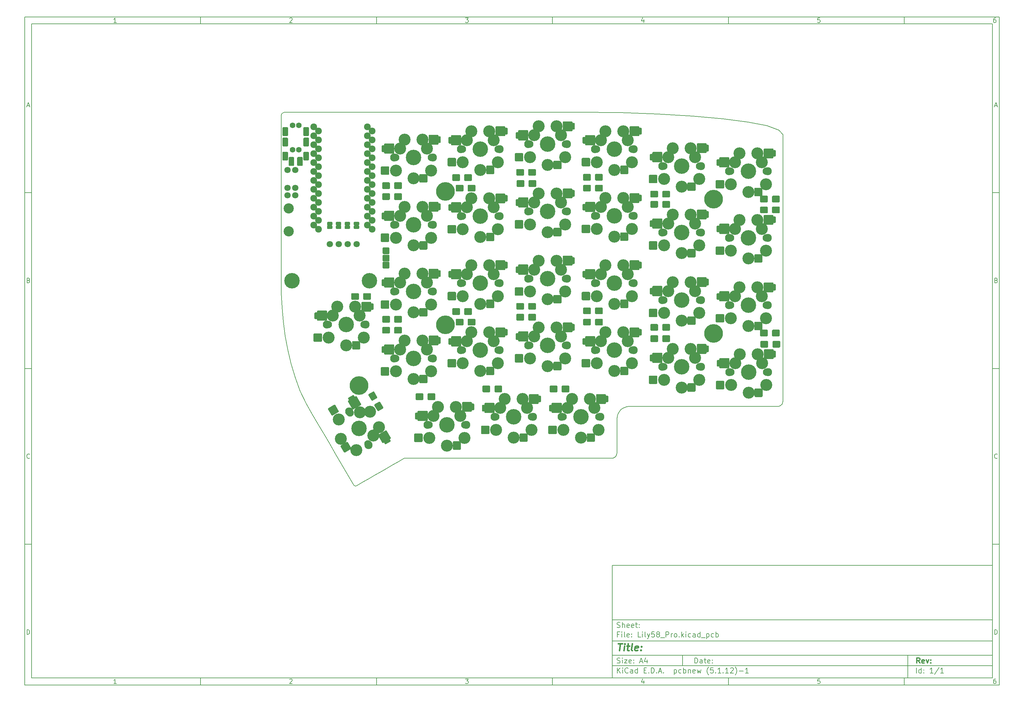
<source format=gbs>
G04 #@! TF.GenerationSoftware,KiCad,Pcbnew,(5.1.12)-1*
G04 #@! TF.CreationDate,2021-12-08T11:34:33+00:00*
G04 #@! TF.ProjectId,Lily58_Pro,4c696c79-3538-45f5-9072-6f2e6b696361,rev?*
G04 #@! TF.SameCoordinates,Original*
G04 #@! TF.FileFunction,Soldermask,Bot*
G04 #@! TF.FilePolarity,Negative*
%FSLAX46Y46*%
G04 Gerber Fmt 4.6, Leading zero omitted, Abs format (unit mm)*
G04 Created by KiCad (PCBNEW (5.1.12)-1) date 2021-12-08 11:34:33*
%MOMM*%
%LPD*%
G01*
G04 APERTURE LIST*
%ADD10C,0.100000*%
%ADD11C,0.150000*%
%ADD12C,0.300000*%
%ADD13C,0.400000*%
G04 #@! TA.AperFunction,Profile*
%ADD14C,0.200000*%
G04 #@! TD*
%ADD15C,1.600000*%
%ADD16C,3.400000*%
%ADD17C,0.500000*%
%ADD18C,4.400000*%
%ADD19C,2.300000*%
%ADD20C,2.100000*%
%ADD21C,1.924000*%
%ADD22C,5.300000*%
%ADD23C,1.797000*%
%ADD24C,2.900000*%
G04 APERTURE END LIST*
D10*
D11*
X177002200Y-166007200D02*
X177002200Y-198007200D01*
X285002200Y-198007200D01*
X285002200Y-166007200D01*
X177002200Y-166007200D01*
D10*
D11*
X10000000Y-10000000D02*
X10000000Y-200007200D01*
X287002200Y-200007200D01*
X287002200Y-10000000D01*
X10000000Y-10000000D01*
D10*
D11*
X12000000Y-12000000D02*
X12000000Y-198007200D01*
X285002200Y-198007200D01*
X285002200Y-12000000D01*
X12000000Y-12000000D01*
D10*
D11*
X60000000Y-12000000D02*
X60000000Y-10000000D01*
D10*
D11*
X110000000Y-12000000D02*
X110000000Y-10000000D01*
D10*
D11*
X160000000Y-12000000D02*
X160000000Y-10000000D01*
D10*
D11*
X210000000Y-12000000D02*
X210000000Y-10000000D01*
D10*
D11*
X260000000Y-12000000D02*
X260000000Y-10000000D01*
D10*
D11*
X36065476Y-11588095D02*
X35322619Y-11588095D01*
X35694047Y-11588095D02*
X35694047Y-10288095D01*
X35570238Y-10473809D01*
X35446428Y-10597619D01*
X35322619Y-10659523D01*
D10*
D11*
X85322619Y-10411904D02*
X85384523Y-10350000D01*
X85508333Y-10288095D01*
X85817857Y-10288095D01*
X85941666Y-10350000D01*
X86003571Y-10411904D01*
X86065476Y-10535714D01*
X86065476Y-10659523D01*
X86003571Y-10845238D01*
X85260714Y-11588095D01*
X86065476Y-11588095D01*
D10*
D11*
X135260714Y-10288095D02*
X136065476Y-10288095D01*
X135632142Y-10783333D01*
X135817857Y-10783333D01*
X135941666Y-10845238D01*
X136003571Y-10907142D01*
X136065476Y-11030952D01*
X136065476Y-11340476D01*
X136003571Y-11464285D01*
X135941666Y-11526190D01*
X135817857Y-11588095D01*
X135446428Y-11588095D01*
X135322619Y-11526190D01*
X135260714Y-11464285D01*
D10*
D11*
X185941666Y-10721428D02*
X185941666Y-11588095D01*
X185632142Y-10226190D02*
X185322619Y-11154761D01*
X186127380Y-11154761D01*
D10*
D11*
X236003571Y-10288095D02*
X235384523Y-10288095D01*
X235322619Y-10907142D01*
X235384523Y-10845238D01*
X235508333Y-10783333D01*
X235817857Y-10783333D01*
X235941666Y-10845238D01*
X236003571Y-10907142D01*
X236065476Y-11030952D01*
X236065476Y-11340476D01*
X236003571Y-11464285D01*
X235941666Y-11526190D01*
X235817857Y-11588095D01*
X235508333Y-11588095D01*
X235384523Y-11526190D01*
X235322619Y-11464285D01*
D10*
D11*
X285941666Y-10288095D02*
X285694047Y-10288095D01*
X285570238Y-10350000D01*
X285508333Y-10411904D01*
X285384523Y-10597619D01*
X285322619Y-10845238D01*
X285322619Y-11340476D01*
X285384523Y-11464285D01*
X285446428Y-11526190D01*
X285570238Y-11588095D01*
X285817857Y-11588095D01*
X285941666Y-11526190D01*
X286003571Y-11464285D01*
X286065476Y-11340476D01*
X286065476Y-11030952D01*
X286003571Y-10907142D01*
X285941666Y-10845238D01*
X285817857Y-10783333D01*
X285570238Y-10783333D01*
X285446428Y-10845238D01*
X285384523Y-10907142D01*
X285322619Y-11030952D01*
D10*
D11*
X60000000Y-198007200D02*
X60000000Y-200007200D01*
D10*
D11*
X110000000Y-198007200D02*
X110000000Y-200007200D01*
D10*
D11*
X160000000Y-198007200D02*
X160000000Y-200007200D01*
D10*
D11*
X210000000Y-198007200D02*
X210000000Y-200007200D01*
D10*
D11*
X260000000Y-198007200D02*
X260000000Y-200007200D01*
D10*
D11*
X36065476Y-199595295D02*
X35322619Y-199595295D01*
X35694047Y-199595295D02*
X35694047Y-198295295D01*
X35570238Y-198481009D01*
X35446428Y-198604819D01*
X35322619Y-198666723D01*
D10*
D11*
X85322619Y-198419104D02*
X85384523Y-198357200D01*
X85508333Y-198295295D01*
X85817857Y-198295295D01*
X85941666Y-198357200D01*
X86003571Y-198419104D01*
X86065476Y-198542914D01*
X86065476Y-198666723D01*
X86003571Y-198852438D01*
X85260714Y-199595295D01*
X86065476Y-199595295D01*
D10*
D11*
X135260714Y-198295295D02*
X136065476Y-198295295D01*
X135632142Y-198790533D01*
X135817857Y-198790533D01*
X135941666Y-198852438D01*
X136003571Y-198914342D01*
X136065476Y-199038152D01*
X136065476Y-199347676D01*
X136003571Y-199471485D01*
X135941666Y-199533390D01*
X135817857Y-199595295D01*
X135446428Y-199595295D01*
X135322619Y-199533390D01*
X135260714Y-199471485D01*
D10*
D11*
X185941666Y-198728628D02*
X185941666Y-199595295D01*
X185632142Y-198233390D02*
X185322619Y-199161961D01*
X186127380Y-199161961D01*
D10*
D11*
X236003571Y-198295295D02*
X235384523Y-198295295D01*
X235322619Y-198914342D01*
X235384523Y-198852438D01*
X235508333Y-198790533D01*
X235817857Y-198790533D01*
X235941666Y-198852438D01*
X236003571Y-198914342D01*
X236065476Y-199038152D01*
X236065476Y-199347676D01*
X236003571Y-199471485D01*
X235941666Y-199533390D01*
X235817857Y-199595295D01*
X235508333Y-199595295D01*
X235384523Y-199533390D01*
X235322619Y-199471485D01*
D10*
D11*
X285941666Y-198295295D02*
X285694047Y-198295295D01*
X285570238Y-198357200D01*
X285508333Y-198419104D01*
X285384523Y-198604819D01*
X285322619Y-198852438D01*
X285322619Y-199347676D01*
X285384523Y-199471485D01*
X285446428Y-199533390D01*
X285570238Y-199595295D01*
X285817857Y-199595295D01*
X285941666Y-199533390D01*
X286003571Y-199471485D01*
X286065476Y-199347676D01*
X286065476Y-199038152D01*
X286003571Y-198914342D01*
X285941666Y-198852438D01*
X285817857Y-198790533D01*
X285570238Y-198790533D01*
X285446428Y-198852438D01*
X285384523Y-198914342D01*
X285322619Y-199038152D01*
D10*
D11*
X10000000Y-60000000D02*
X12000000Y-60000000D01*
D10*
D11*
X10000000Y-110000000D02*
X12000000Y-110000000D01*
D10*
D11*
X10000000Y-160000000D02*
X12000000Y-160000000D01*
D10*
D11*
X10690476Y-35216666D02*
X11309523Y-35216666D01*
X10566666Y-35588095D02*
X11000000Y-34288095D01*
X11433333Y-35588095D01*
D10*
D11*
X11092857Y-84907142D02*
X11278571Y-84969047D01*
X11340476Y-85030952D01*
X11402380Y-85154761D01*
X11402380Y-85340476D01*
X11340476Y-85464285D01*
X11278571Y-85526190D01*
X11154761Y-85588095D01*
X10659523Y-85588095D01*
X10659523Y-84288095D01*
X11092857Y-84288095D01*
X11216666Y-84350000D01*
X11278571Y-84411904D01*
X11340476Y-84535714D01*
X11340476Y-84659523D01*
X11278571Y-84783333D01*
X11216666Y-84845238D01*
X11092857Y-84907142D01*
X10659523Y-84907142D01*
D10*
D11*
X11402380Y-135464285D02*
X11340476Y-135526190D01*
X11154761Y-135588095D01*
X11030952Y-135588095D01*
X10845238Y-135526190D01*
X10721428Y-135402380D01*
X10659523Y-135278571D01*
X10597619Y-135030952D01*
X10597619Y-134845238D01*
X10659523Y-134597619D01*
X10721428Y-134473809D01*
X10845238Y-134350000D01*
X11030952Y-134288095D01*
X11154761Y-134288095D01*
X11340476Y-134350000D01*
X11402380Y-134411904D01*
D10*
D11*
X10659523Y-185588095D02*
X10659523Y-184288095D01*
X10969047Y-184288095D01*
X11154761Y-184350000D01*
X11278571Y-184473809D01*
X11340476Y-184597619D01*
X11402380Y-184845238D01*
X11402380Y-185030952D01*
X11340476Y-185278571D01*
X11278571Y-185402380D01*
X11154761Y-185526190D01*
X10969047Y-185588095D01*
X10659523Y-185588095D01*
D10*
D11*
X287002200Y-60000000D02*
X285002200Y-60000000D01*
D10*
D11*
X287002200Y-110000000D02*
X285002200Y-110000000D01*
D10*
D11*
X287002200Y-160000000D02*
X285002200Y-160000000D01*
D10*
D11*
X285692676Y-35216666D02*
X286311723Y-35216666D01*
X285568866Y-35588095D02*
X286002200Y-34288095D01*
X286435533Y-35588095D01*
D10*
D11*
X286095057Y-84907142D02*
X286280771Y-84969047D01*
X286342676Y-85030952D01*
X286404580Y-85154761D01*
X286404580Y-85340476D01*
X286342676Y-85464285D01*
X286280771Y-85526190D01*
X286156961Y-85588095D01*
X285661723Y-85588095D01*
X285661723Y-84288095D01*
X286095057Y-84288095D01*
X286218866Y-84350000D01*
X286280771Y-84411904D01*
X286342676Y-84535714D01*
X286342676Y-84659523D01*
X286280771Y-84783333D01*
X286218866Y-84845238D01*
X286095057Y-84907142D01*
X285661723Y-84907142D01*
D10*
D11*
X286404580Y-135464285D02*
X286342676Y-135526190D01*
X286156961Y-135588095D01*
X286033152Y-135588095D01*
X285847438Y-135526190D01*
X285723628Y-135402380D01*
X285661723Y-135278571D01*
X285599819Y-135030952D01*
X285599819Y-134845238D01*
X285661723Y-134597619D01*
X285723628Y-134473809D01*
X285847438Y-134350000D01*
X286033152Y-134288095D01*
X286156961Y-134288095D01*
X286342676Y-134350000D01*
X286404580Y-134411904D01*
D10*
D11*
X285661723Y-185588095D02*
X285661723Y-184288095D01*
X285971247Y-184288095D01*
X286156961Y-184350000D01*
X286280771Y-184473809D01*
X286342676Y-184597619D01*
X286404580Y-184845238D01*
X286404580Y-185030952D01*
X286342676Y-185278571D01*
X286280771Y-185402380D01*
X286156961Y-185526190D01*
X285971247Y-185588095D01*
X285661723Y-185588095D01*
D10*
D11*
X200434342Y-193785771D02*
X200434342Y-192285771D01*
X200791485Y-192285771D01*
X201005771Y-192357200D01*
X201148628Y-192500057D01*
X201220057Y-192642914D01*
X201291485Y-192928628D01*
X201291485Y-193142914D01*
X201220057Y-193428628D01*
X201148628Y-193571485D01*
X201005771Y-193714342D01*
X200791485Y-193785771D01*
X200434342Y-193785771D01*
X202577200Y-193785771D02*
X202577200Y-193000057D01*
X202505771Y-192857200D01*
X202362914Y-192785771D01*
X202077200Y-192785771D01*
X201934342Y-192857200D01*
X202577200Y-193714342D02*
X202434342Y-193785771D01*
X202077200Y-193785771D01*
X201934342Y-193714342D01*
X201862914Y-193571485D01*
X201862914Y-193428628D01*
X201934342Y-193285771D01*
X202077200Y-193214342D01*
X202434342Y-193214342D01*
X202577200Y-193142914D01*
X203077200Y-192785771D02*
X203648628Y-192785771D01*
X203291485Y-192285771D02*
X203291485Y-193571485D01*
X203362914Y-193714342D01*
X203505771Y-193785771D01*
X203648628Y-193785771D01*
X204720057Y-193714342D02*
X204577200Y-193785771D01*
X204291485Y-193785771D01*
X204148628Y-193714342D01*
X204077200Y-193571485D01*
X204077200Y-193000057D01*
X204148628Y-192857200D01*
X204291485Y-192785771D01*
X204577200Y-192785771D01*
X204720057Y-192857200D01*
X204791485Y-193000057D01*
X204791485Y-193142914D01*
X204077200Y-193285771D01*
X205434342Y-193642914D02*
X205505771Y-193714342D01*
X205434342Y-193785771D01*
X205362914Y-193714342D01*
X205434342Y-193642914D01*
X205434342Y-193785771D01*
X205434342Y-192857200D02*
X205505771Y-192928628D01*
X205434342Y-193000057D01*
X205362914Y-192928628D01*
X205434342Y-192857200D01*
X205434342Y-193000057D01*
D10*
D11*
X177002200Y-194507200D02*
X285002200Y-194507200D01*
D10*
D11*
X178434342Y-196585771D02*
X178434342Y-195085771D01*
X179291485Y-196585771D02*
X178648628Y-195728628D01*
X179291485Y-195085771D02*
X178434342Y-195942914D01*
X179934342Y-196585771D02*
X179934342Y-195585771D01*
X179934342Y-195085771D02*
X179862914Y-195157200D01*
X179934342Y-195228628D01*
X180005771Y-195157200D01*
X179934342Y-195085771D01*
X179934342Y-195228628D01*
X181505771Y-196442914D02*
X181434342Y-196514342D01*
X181220057Y-196585771D01*
X181077200Y-196585771D01*
X180862914Y-196514342D01*
X180720057Y-196371485D01*
X180648628Y-196228628D01*
X180577200Y-195942914D01*
X180577200Y-195728628D01*
X180648628Y-195442914D01*
X180720057Y-195300057D01*
X180862914Y-195157200D01*
X181077200Y-195085771D01*
X181220057Y-195085771D01*
X181434342Y-195157200D01*
X181505771Y-195228628D01*
X182791485Y-196585771D02*
X182791485Y-195800057D01*
X182720057Y-195657200D01*
X182577200Y-195585771D01*
X182291485Y-195585771D01*
X182148628Y-195657200D01*
X182791485Y-196514342D02*
X182648628Y-196585771D01*
X182291485Y-196585771D01*
X182148628Y-196514342D01*
X182077200Y-196371485D01*
X182077200Y-196228628D01*
X182148628Y-196085771D01*
X182291485Y-196014342D01*
X182648628Y-196014342D01*
X182791485Y-195942914D01*
X184148628Y-196585771D02*
X184148628Y-195085771D01*
X184148628Y-196514342D02*
X184005771Y-196585771D01*
X183720057Y-196585771D01*
X183577200Y-196514342D01*
X183505771Y-196442914D01*
X183434342Y-196300057D01*
X183434342Y-195871485D01*
X183505771Y-195728628D01*
X183577200Y-195657200D01*
X183720057Y-195585771D01*
X184005771Y-195585771D01*
X184148628Y-195657200D01*
X186005771Y-195800057D02*
X186505771Y-195800057D01*
X186720057Y-196585771D02*
X186005771Y-196585771D01*
X186005771Y-195085771D01*
X186720057Y-195085771D01*
X187362914Y-196442914D02*
X187434342Y-196514342D01*
X187362914Y-196585771D01*
X187291485Y-196514342D01*
X187362914Y-196442914D01*
X187362914Y-196585771D01*
X188077200Y-196585771D02*
X188077200Y-195085771D01*
X188434342Y-195085771D01*
X188648628Y-195157200D01*
X188791485Y-195300057D01*
X188862914Y-195442914D01*
X188934342Y-195728628D01*
X188934342Y-195942914D01*
X188862914Y-196228628D01*
X188791485Y-196371485D01*
X188648628Y-196514342D01*
X188434342Y-196585771D01*
X188077200Y-196585771D01*
X189577200Y-196442914D02*
X189648628Y-196514342D01*
X189577200Y-196585771D01*
X189505771Y-196514342D01*
X189577200Y-196442914D01*
X189577200Y-196585771D01*
X190220057Y-196157200D02*
X190934342Y-196157200D01*
X190077200Y-196585771D02*
X190577200Y-195085771D01*
X191077200Y-196585771D01*
X191577200Y-196442914D02*
X191648628Y-196514342D01*
X191577200Y-196585771D01*
X191505771Y-196514342D01*
X191577200Y-196442914D01*
X191577200Y-196585771D01*
X194577200Y-195585771D02*
X194577200Y-197085771D01*
X194577200Y-195657200D02*
X194720057Y-195585771D01*
X195005771Y-195585771D01*
X195148628Y-195657200D01*
X195220057Y-195728628D01*
X195291485Y-195871485D01*
X195291485Y-196300057D01*
X195220057Y-196442914D01*
X195148628Y-196514342D01*
X195005771Y-196585771D01*
X194720057Y-196585771D01*
X194577200Y-196514342D01*
X196577200Y-196514342D02*
X196434342Y-196585771D01*
X196148628Y-196585771D01*
X196005771Y-196514342D01*
X195934342Y-196442914D01*
X195862914Y-196300057D01*
X195862914Y-195871485D01*
X195934342Y-195728628D01*
X196005771Y-195657200D01*
X196148628Y-195585771D01*
X196434342Y-195585771D01*
X196577200Y-195657200D01*
X197220057Y-196585771D02*
X197220057Y-195085771D01*
X197220057Y-195657200D02*
X197362914Y-195585771D01*
X197648628Y-195585771D01*
X197791485Y-195657200D01*
X197862914Y-195728628D01*
X197934342Y-195871485D01*
X197934342Y-196300057D01*
X197862914Y-196442914D01*
X197791485Y-196514342D01*
X197648628Y-196585771D01*
X197362914Y-196585771D01*
X197220057Y-196514342D01*
X198577200Y-195585771D02*
X198577200Y-196585771D01*
X198577200Y-195728628D02*
X198648628Y-195657200D01*
X198791485Y-195585771D01*
X199005771Y-195585771D01*
X199148628Y-195657200D01*
X199220057Y-195800057D01*
X199220057Y-196585771D01*
X200505771Y-196514342D02*
X200362914Y-196585771D01*
X200077200Y-196585771D01*
X199934342Y-196514342D01*
X199862914Y-196371485D01*
X199862914Y-195800057D01*
X199934342Y-195657200D01*
X200077200Y-195585771D01*
X200362914Y-195585771D01*
X200505771Y-195657200D01*
X200577200Y-195800057D01*
X200577200Y-195942914D01*
X199862914Y-196085771D01*
X201077200Y-195585771D02*
X201362914Y-196585771D01*
X201648628Y-195871485D01*
X201934342Y-196585771D01*
X202220057Y-195585771D01*
X204362914Y-197157200D02*
X204291485Y-197085771D01*
X204148628Y-196871485D01*
X204077200Y-196728628D01*
X204005771Y-196514342D01*
X203934342Y-196157200D01*
X203934342Y-195871485D01*
X204005771Y-195514342D01*
X204077200Y-195300057D01*
X204148628Y-195157200D01*
X204291485Y-194942914D01*
X204362914Y-194871485D01*
X205648628Y-195085771D02*
X204934342Y-195085771D01*
X204862914Y-195800057D01*
X204934342Y-195728628D01*
X205077200Y-195657200D01*
X205434342Y-195657200D01*
X205577200Y-195728628D01*
X205648628Y-195800057D01*
X205720057Y-195942914D01*
X205720057Y-196300057D01*
X205648628Y-196442914D01*
X205577200Y-196514342D01*
X205434342Y-196585771D01*
X205077200Y-196585771D01*
X204934342Y-196514342D01*
X204862914Y-196442914D01*
X206362914Y-196442914D02*
X206434342Y-196514342D01*
X206362914Y-196585771D01*
X206291485Y-196514342D01*
X206362914Y-196442914D01*
X206362914Y-196585771D01*
X207862914Y-196585771D02*
X207005771Y-196585771D01*
X207434342Y-196585771D02*
X207434342Y-195085771D01*
X207291485Y-195300057D01*
X207148628Y-195442914D01*
X207005771Y-195514342D01*
X208505771Y-196442914D02*
X208577200Y-196514342D01*
X208505771Y-196585771D01*
X208434342Y-196514342D01*
X208505771Y-196442914D01*
X208505771Y-196585771D01*
X210005771Y-196585771D02*
X209148628Y-196585771D01*
X209577200Y-196585771D02*
X209577200Y-195085771D01*
X209434342Y-195300057D01*
X209291485Y-195442914D01*
X209148628Y-195514342D01*
X210577200Y-195228628D02*
X210648628Y-195157200D01*
X210791485Y-195085771D01*
X211148628Y-195085771D01*
X211291485Y-195157200D01*
X211362914Y-195228628D01*
X211434342Y-195371485D01*
X211434342Y-195514342D01*
X211362914Y-195728628D01*
X210505771Y-196585771D01*
X211434342Y-196585771D01*
X211934342Y-197157200D02*
X212005771Y-197085771D01*
X212148628Y-196871485D01*
X212220057Y-196728628D01*
X212291485Y-196514342D01*
X212362914Y-196157200D01*
X212362914Y-195871485D01*
X212291485Y-195514342D01*
X212220057Y-195300057D01*
X212148628Y-195157200D01*
X212005771Y-194942914D01*
X211934342Y-194871485D01*
X213077200Y-196014342D02*
X214220057Y-196014342D01*
X215720057Y-196585771D02*
X214862914Y-196585771D01*
X215291485Y-196585771D02*
X215291485Y-195085771D01*
X215148628Y-195300057D01*
X215005771Y-195442914D01*
X214862914Y-195514342D01*
D10*
D11*
X177002200Y-191507200D02*
X285002200Y-191507200D01*
D10*
D12*
X264411485Y-193785771D02*
X263911485Y-193071485D01*
X263554342Y-193785771D02*
X263554342Y-192285771D01*
X264125771Y-192285771D01*
X264268628Y-192357200D01*
X264340057Y-192428628D01*
X264411485Y-192571485D01*
X264411485Y-192785771D01*
X264340057Y-192928628D01*
X264268628Y-193000057D01*
X264125771Y-193071485D01*
X263554342Y-193071485D01*
X265625771Y-193714342D02*
X265482914Y-193785771D01*
X265197200Y-193785771D01*
X265054342Y-193714342D01*
X264982914Y-193571485D01*
X264982914Y-193000057D01*
X265054342Y-192857200D01*
X265197200Y-192785771D01*
X265482914Y-192785771D01*
X265625771Y-192857200D01*
X265697200Y-193000057D01*
X265697200Y-193142914D01*
X264982914Y-193285771D01*
X266197200Y-192785771D02*
X266554342Y-193785771D01*
X266911485Y-192785771D01*
X267482914Y-193642914D02*
X267554342Y-193714342D01*
X267482914Y-193785771D01*
X267411485Y-193714342D01*
X267482914Y-193642914D01*
X267482914Y-193785771D01*
X267482914Y-192857200D02*
X267554342Y-192928628D01*
X267482914Y-193000057D01*
X267411485Y-192928628D01*
X267482914Y-192857200D01*
X267482914Y-193000057D01*
D10*
D11*
X178362914Y-193714342D02*
X178577200Y-193785771D01*
X178934342Y-193785771D01*
X179077200Y-193714342D01*
X179148628Y-193642914D01*
X179220057Y-193500057D01*
X179220057Y-193357200D01*
X179148628Y-193214342D01*
X179077200Y-193142914D01*
X178934342Y-193071485D01*
X178648628Y-193000057D01*
X178505771Y-192928628D01*
X178434342Y-192857200D01*
X178362914Y-192714342D01*
X178362914Y-192571485D01*
X178434342Y-192428628D01*
X178505771Y-192357200D01*
X178648628Y-192285771D01*
X179005771Y-192285771D01*
X179220057Y-192357200D01*
X179862914Y-193785771D02*
X179862914Y-192785771D01*
X179862914Y-192285771D02*
X179791485Y-192357200D01*
X179862914Y-192428628D01*
X179934342Y-192357200D01*
X179862914Y-192285771D01*
X179862914Y-192428628D01*
X180434342Y-192785771D02*
X181220057Y-192785771D01*
X180434342Y-193785771D01*
X181220057Y-193785771D01*
X182362914Y-193714342D02*
X182220057Y-193785771D01*
X181934342Y-193785771D01*
X181791485Y-193714342D01*
X181720057Y-193571485D01*
X181720057Y-193000057D01*
X181791485Y-192857200D01*
X181934342Y-192785771D01*
X182220057Y-192785771D01*
X182362914Y-192857200D01*
X182434342Y-193000057D01*
X182434342Y-193142914D01*
X181720057Y-193285771D01*
X183077200Y-193642914D02*
X183148628Y-193714342D01*
X183077200Y-193785771D01*
X183005771Y-193714342D01*
X183077200Y-193642914D01*
X183077200Y-193785771D01*
X183077200Y-192857200D02*
X183148628Y-192928628D01*
X183077200Y-193000057D01*
X183005771Y-192928628D01*
X183077200Y-192857200D01*
X183077200Y-193000057D01*
X184862914Y-193357200D02*
X185577200Y-193357200D01*
X184720057Y-193785771D02*
X185220057Y-192285771D01*
X185720057Y-193785771D01*
X186862914Y-192785771D02*
X186862914Y-193785771D01*
X186505771Y-192214342D02*
X186148628Y-193285771D01*
X187077200Y-193285771D01*
D10*
D11*
X263434342Y-196585771D02*
X263434342Y-195085771D01*
X264791485Y-196585771D02*
X264791485Y-195085771D01*
X264791485Y-196514342D02*
X264648628Y-196585771D01*
X264362914Y-196585771D01*
X264220057Y-196514342D01*
X264148628Y-196442914D01*
X264077200Y-196300057D01*
X264077200Y-195871485D01*
X264148628Y-195728628D01*
X264220057Y-195657200D01*
X264362914Y-195585771D01*
X264648628Y-195585771D01*
X264791485Y-195657200D01*
X265505771Y-196442914D02*
X265577200Y-196514342D01*
X265505771Y-196585771D01*
X265434342Y-196514342D01*
X265505771Y-196442914D01*
X265505771Y-196585771D01*
X265505771Y-195657200D02*
X265577200Y-195728628D01*
X265505771Y-195800057D01*
X265434342Y-195728628D01*
X265505771Y-195657200D01*
X265505771Y-195800057D01*
X268148628Y-196585771D02*
X267291485Y-196585771D01*
X267720057Y-196585771D02*
X267720057Y-195085771D01*
X267577200Y-195300057D01*
X267434342Y-195442914D01*
X267291485Y-195514342D01*
X269862914Y-195014342D02*
X268577200Y-196942914D01*
X271148628Y-196585771D02*
X270291485Y-196585771D01*
X270720057Y-196585771D02*
X270720057Y-195085771D01*
X270577200Y-195300057D01*
X270434342Y-195442914D01*
X270291485Y-195514342D01*
D10*
D11*
X177002200Y-187507200D02*
X285002200Y-187507200D01*
D10*
D13*
X178714580Y-188211961D02*
X179857438Y-188211961D01*
X179036009Y-190211961D02*
X179286009Y-188211961D01*
X180274104Y-190211961D02*
X180440771Y-188878628D01*
X180524104Y-188211961D02*
X180416961Y-188307200D01*
X180500295Y-188402438D01*
X180607438Y-188307200D01*
X180524104Y-188211961D01*
X180500295Y-188402438D01*
X181107438Y-188878628D02*
X181869342Y-188878628D01*
X181476485Y-188211961D02*
X181262200Y-189926247D01*
X181333628Y-190116723D01*
X181512200Y-190211961D01*
X181702676Y-190211961D01*
X182655057Y-190211961D02*
X182476485Y-190116723D01*
X182405057Y-189926247D01*
X182619342Y-188211961D01*
X184190771Y-190116723D02*
X183988390Y-190211961D01*
X183607438Y-190211961D01*
X183428866Y-190116723D01*
X183357438Y-189926247D01*
X183452676Y-189164342D01*
X183571723Y-188973866D01*
X183774104Y-188878628D01*
X184155057Y-188878628D01*
X184333628Y-188973866D01*
X184405057Y-189164342D01*
X184381247Y-189354819D01*
X183405057Y-189545295D01*
X185155057Y-190021485D02*
X185238390Y-190116723D01*
X185131247Y-190211961D01*
X185047914Y-190116723D01*
X185155057Y-190021485D01*
X185131247Y-190211961D01*
X185286009Y-188973866D02*
X185369342Y-189069104D01*
X185262200Y-189164342D01*
X185178866Y-189069104D01*
X185286009Y-188973866D01*
X185262200Y-189164342D01*
D10*
D11*
X178934342Y-185600057D02*
X178434342Y-185600057D01*
X178434342Y-186385771D02*
X178434342Y-184885771D01*
X179148628Y-184885771D01*
X179720057Y-186385771D02*
X179720057Y-185385771D01*
X179720057Y-184885771D02*
X179648628Y-184957200D01*
X179720057Y-185028628D01*
X179791485Y-184957200D01*
X179720057Y-184885771D01*
X179720057Y-185028628D01*
X180648628Y-186385771D02*
X180505771Y-186314342D01*
X180434342Y-186171485D01*
X180434342Y-184885771D01*
X181791485Y-186314342D02*
X181648628Y-186385771D01*
X181362914Y-186385771D01*
X181220057Y-186314342D01*
X181148628Y-186171485D01*
X181148628Y-185600057D01*
X181220057Y-185457200D01*
X181362914Y-185385771D01*
X181648628Y-185385771D01*
X181791485Y-185457200D01*
X181862914Y-185600057D01*
X181862914Y-185742914D01*
X181148628Y-185885771D01*
X182505771Y-186242914D02*
X182577200Y-186314342D01*
X182505771Y-186385771D01*
X182434342Y-186314342D01*
X182505771Y-186242914D01*
X182505771Y-186385771D01*
X182505771Y-185457200D02*
X182577200Y-185528628D01*
X182505771Y-185600057D01*
X182434342Y-185528628D01*
X182505771Y-185457200D01*
X182505771Y-185600057D01*
X185077200Y-186385771D02*
X184362914Y-186385771D01*
X184362914Y-184885771D01*
X185577200Y-186385771D02*
X185577200Y-185385771D01*
X185577200Y-184885771D02*
X185505771Y-184957200D01*
X185577200Y-185028628D01*
X185648628Y-184957200D01*
X185577200Y-184885771D01*
X185577200Y-185028628D01*
X186505771Y-186385771D02*
X186362914Y-186314342D01*
X186291485Y-186171485D01*
X186291485Y-184885771D01*
X186934342Y-185385771D02*
X187291485Y-186385771D01*
X187648628Y-185385771D02*
X187291485Y-186385771D01*
X187148628Y-186742914D01*
X187077200Y-186814342D01*
X186934342Y-186885771D01*
X188934342Y-184885771D02*
X188220057Y-184885771D01*
X188148628Y-185600057D01*
X188220057Y-185528628D01*
X188362914Y-185457200D01*
X188720057Y-185457200D01*
X188862914Y-185528628D01*
X188934342Y-185600057D01*
X189005771Y-185742914D01*
X189005771Y-186100057D01*
X188934342Y-186242914D01*
X188862914Y-186314342D01*
X188720057Y-186385771D01*
X188362914Y-186385771D01*
X188220057Y-186314342D01*
X188148628Y-186242914D01*
X189862914Y-185528628D02*
X189720057Y-185457200D01*
X189648628Y-185385771D01*
X189577200Y-185242914D01*
X189577200Y-185171485D01*
X189648628Y-185028628D01*
X189720057Y-184957200D01*
X189862914Y-184885771D01*
X190148628Y-184885771D01*
X190291485Y-184957200D01*
X190362914Y-185028628D01*
X190434342Y-185171485D01*
X190434342Y-185242914D01*
X190362914Y-185385771D01*
X190291485Y-185457200D01*
X190148628Y-185528628D01*
X189862914Y-185528628D01*
X189720057Y-185600057D01*
X189648628Y-185671485D01*
X189577200Y-185814342D01*
X189577200Y-186100057D01*
X189648628Y-186242914D01*
X189720057Y-186314342D01*
X189862914Y-186385771D01*
X190148628Y-186385771D01*
X190291485Y-186314342D01*
X190362914Y-186242914D01*
X190434342Y-186100057D01*
X190434342Y-185814342D01*
X190362914Y-185671485D01*
X190291485Y-185600057D01*
X190148628Y-185528628D01*
X190720057Y-186528628D02*
X191862914Y-186528628D01*
X192220057Y-186385771D02*
X192220057Y-184885771D01*
X192791485Y-184885771D01*
X192934342Y-184957200D01*
X193005771Y-185028628D01*
X193077200Y-185171485D01*
X193077200Y-185385771D01*
X193005771Y-185528628D01*
X192934342Y-185600057D01*
X192791485Y-185671485D01*
X192220057Y-185671485D01*
X193720057Y-186385771D02*
X193720057Y-185385771D01*
X193720057Y-185671485D02*
X193791485Y-185528628D01*
X193862914Y-185457200D01*
X194005771Y-185385771D01*
X194148628Y-185385771D01*
X194862914Y-186385771D02*
X194720057Y-186314342D01*
X194648628Y-186242914D01*
X194577200Y-186100057D01*
X194577200Y-185671485D01*
X194648628Y-185528628D01*
X194720057Y-185457200D01*
X194862914Y-185385771D01*
X195077200Y-185385771D01*
X195220057Y-185457200D01*
X195291485Y-185528628D01*
X195362914Y-185671485D01*
X195362914Y-186100057D01*
X195291485Y-186242914D01*
X195220057Y-186314342D01*
X195077200Y-186385771D01*
X194862914Y-186385771D01*
X196005771Y-186242914D02*
X196077200Y-186314342D01*
X196005771Y-186385771D01*
X195934342Y-186314342D01*
X196005771Y-186242914D01*
X196005771Y-186385771D01*
X196720057Y-186385771D02*
X196720057Y-184885771D01*
X196862914Y-185814342D02*
X197291485Y-186385771D01*
X197291485Y-185385771D02*
X196720057Y-185957200D01*
X197934342Y-186385771D02*
X197934342Y-185385771D01*
X197934342Y-184885771D02*
X197862914Y-184957200D01*
X197934342Y-185028628D01*
X198005771Y-184957200D01*
X197934342Y-184885771D01*
X197934342Y-185028628D01*
X199291485Y-186314342D02*
X199148628Y-186385771D01*
X198862914Y-186385771D01*
X198720057Y-186314342D01*
X198648628Y-186242914D01*
X198577200Y-186100057D01*
X198577200Y-185671485D01*
X198648628Y-185528628D01*
X198720057Y-185457200D01*
X198862914Y-185385771D01*
X199148628Y-185385771D01*
X199291485Y-185457200D01*
X200577200Y-186385771D02*
X200577200Y-185600057D01*
X200505771Y-185457200D01*
X200362914Y-185385771D01*
X200077200Y-185385771D01*
X199934342Y-185457200D01*
X200577200Y-186314342D02*
X200434342Y-186385771D01*
X200077200Y-186385771D01*
X199934342Y-186314342D01*
X199862914Y-186171485D01*
X199862914Y-186028628D01*
X199934342Y-185885771D01*
X200077200Y-185814342D01*
X200434342Y-185814342D01*
X200577200Y-185742914D01*
X201934342Y-186385771D02*
X201934342Y-184885771D01*
X201934342Y-186314342D02*
X201791485Y-186385771D01*
X201505771Y-186385771D01*
X201362914Y-186314342D01*
X201291485Y-186242914D01*
X201220057Y-186100057D01*
X201220057Y-185671485D01*
X201291485Y-185528628D01*
X201362914Y-185457200D01*
X201505771Y-185385771D01*
X201791485Y-185385771D01*
X201934342Y-185457200D01*
X202291485Y-186528628D02*
X203434342Y-186528628D01*
X203791485Y-185385771D02*
X203791485Y-186885771D01*
X203791485Y-185457200D02*
X203934342Y-185385771D01*
X204220057Y-185385771D01*
X204362914Y-185457200D01*
X204434342Y-185528628D01*
X204505771Y-185671485D01*
X204505771Y-186100057D01*
X204434342Y-186242914D01*
X204362914Y-186314342D01*
X204220057Y-186385771D01*
X203934342Y-186385771D01*
X203791485Y-186314342D01*
X205791485Y-186314342D02*
X205648628Y-186385771D01*
X205362914Y-186385771D01*
X205220057Y-186314342D01*
X205148628Y-186242914D01*
X205077200Y-186100057D01*
X205077200Y-185671485D01*
X205148628Y-185528628D01*
X205220057Y-185457200D01*
X205362914Y-185385771D01*
X205648628Y-185385771D01*
X205791485Y-185457200D01*
X206434342Y-186385771D02*
X206434342Y-184885771D01*
X206434342Y-185457200D02*
X206577200Y-185385771D01*
X206862914Y-185385771D01*
X207005771Y-185457200D01*
X207077200Y-185528628D01*
X207148628Y-185671485D01*
X207148628Y-186100057D01*
X207077200Y-186242914D01*
X207005771Y-186314342D01*
X206862914Y-186385771D01*
X206577200Y-186385771D01*
X206434342Y-186314342D01*
D10*
D11*
X177002200Y-181507200D02*
X285002200Y-181507200D01*
D10*
D11*
X178362914Y-183614342D02*
X178577200Y-183685771D01*
X178934342Y-183685771D01*
X179077200Y-183614342D01*
X179148628Y-183542914D01*
X179220057Y-183400057D01*
X179220057Y-183257200D01*
X179148628Y-183114342D01*
X179077200Y-183042914D01*
X178934342Y-182971485D01*
X178648628Y-182900057D01*
X178505771Y-182828628D01*
X178434342Y-182757200D01*
X178362914Y-182614342D01*
X178362914Y-182471485D01*
X178434342Y-182328628D01*
X178505771Y-182257200D01*
X178648628Y-182185771D01*
X179005771Y-182185771D01*
X179220057Y-182257200D01*
X179862914Y-183685771D02*
X179862914Y-182185771D01*
X180505771Y-183685771D02*
X180505771Y-182900057D01*
X180434342Y-182757200D01*
X180291485Y-182685771D01*
X180077200Y-182685771D01*
X179934342Y-182757200D01*
X179862914Y-182828628D01*
X181791485Y-183614342D02*
X181648628Y-183685771D01*
X181362914Y-183685771D01*
X181220057Y-183614342D01*
X181148628Y-183471485D01*
X181148628Y-182900057D01*
X181220057Y-182757200D01*
X181362914Y-182685771D01*
X181648628Y-182685771D01*
X181791485Y-182757200D01*
X181862914Y-182900057D01*
X181862914Y-183042914D01*
X181148628Y-183185771D01*
X183077200Y-183614342D02*
X182934342Y-183685771D01*
X182648628Y-183685771D01*
X182505771Y-183614342D01*
X182434342Y-183471485D01*
X182434342Y-182900057D01*
X182505771Y-182757200D01*
X182648628Y-182685771D01*
X182934342Y-182685771D01*
X183077200Y-182757200D01*
X183148628Y-182900057D01*
X183148628Y-183042914D01*
X182434342Y-183185771D01*
X183577200Y-182685771D02*
X184148628Y-182685771D01*
X183791485Y-182185771D02*
X183791485Y-183471485D01*
X183862914Y-183614342D01*
X184005771Y-183685771D01*
X184148628Y-183685771D01*
X184648628Y-183542914D02*
X184720057Y-183614342D01*
X184648628Y-183685771D01*
X184577200Y-183614342D01*
X184648628Y-183542914D01*
X184648628Y-183685771D01*
X184648628Y-182757200D02*
X184720057Y-182828628D01*
X184648628Y-182900057D01*
X184577200Y-182828628D01*
X184648628Y-182757200D01*
X184648628Y-182900057D01*
D10*
D11*
X197002200Y-191507200D02*
X197002200Y-194507200D01*
D10*
D11*
X261002200Y-191507200D02*
X261002200Y-198007200D01*
D14*
X116186619Y-136480784D02*
X117862313Y-135510645D01*
X114510925Y-137450923D02*
X116186619Y-136480784D01*
X82937528Y-50750629D02*
X82937528Y-44443695D01*
X82937528Y-57057562D02*
X82937528Y-50750629D01*
X115211711Y-37086762D02*
X104803877Y-37086762D01*
X218692418Y-120789735D02*
X223959999Y-120789735D01*
X213424836Y-120789735D02*
X218692418Y-120789735D01*
X208157255Y-120789735D02*
X213424836Y-120789735D01*
X202889673Y-120789735D02*
X208157255Y-120789735D01*
X197622092Y-120789735D02*
X202889673Y-120789735D01*
X192354511Y-120789735D02*
X197622092Y-120789735D01*
X187086929Y-120789735D02*
X192354511Y-120789735D01*
X181819348Y-120789735D02*
X187086929Y-120789735D01*
X181113524Y-120860778D02*
X181819348Y-120789735D01*
X180456326Y-121064561D02*
X181113524Y-120860778D01*
X179861773Y-121387065D02*
X180456326Y-121064561D01*
X179343884Y-121814271D02*
X179861773Y-121387065D01*
X178916678Y-122332160D02*
X179343884Y-121814271D01*
X178594174Y-122926713D02*
X178916678Y-122332160D01*
X178390391Y-123583911D02*
X178594174Y-122926713D01*
X178319348Y-124289735D02*
X178390391Y-123583911D01*
X199807654Y-38170488D02*
X189919538Y-37585374D01*
X208420758Y-38945561D02*
X199807654Y-38170488D01*
X215525697Y-39885159D02*
X208420758Y-38945561D01*
X220889319Y-40963847D02*
X215525697Y-39885159D01*
X178989563Y-37215654D02*
X167250881Y-37086762D01*
X189919538Y-37585374D02*
X178989563Y-37215654D01*
X177658308Y-135255660D02*
X177403500Y-135393876D01*
X177880261Y-135072571D02*
X177658308Y-135255660D01*
X178063349Y-134850619D02*
X177880261Y-135072571D01*
X178201565Y-134595810D02*
X178063349Y-134850619D01*
X178288901Y-134314154D02*
X178201565Y-134595810D01*
X178319348Y-134011658D02*
X178288901Y-134314154D01*
X225460000Y-52918378D02*
X225460000Y-62400000D01*
X225460000Y-43436755D02*
X225460000Y-52918378D01*
X82937528Y-69671429D02*
X82937528Y-63364495D01*
X82937528Y-75978362D02*
X82937528Y-69671429D01*
X82937528Y-82285296D02*
X82937528Y-75978362D01*
X82937528Y-88592229D02*
X82937528Y-82285296D01*
X104803877Y-37086762D02*
X94396044Y-37086762D01*
X125619545Y-37086762D02*
X115211711Y-37086762D01*
X136027379Y-37086762D02*
X125619545Y-37086762D01*
X146435213Y-37086762D02*
X136027379Y-37086762D01*
X156843047Y-37086762D02*
X146435213Y-37086762D01*
X167250881Y-37086762D02*
X156843047Y-37086762D01*
X83400937Y-37265961D02*
X83579303Y-37169210D01*
X83245570Y-37394123D02*
X83400937Y-37265961D01*
X83117409Y-37549489D02*
X83245570Y-37394123D01*
X83020657Y-37727855D02*
X83117409Y-37549489D01*
X82959523Y-37925015D02*
X83020657Y-37727855D01*
X82938210Y-38136762D02*
X82959523Y-37925015D01*
X83776462Y-37108075D02*
X83988210Y-37086762D01*
X83579303Y-37169210D02*
X83776462Y-37108075D01*
X94396044Y-37086762D02*
X83988210Y-37086762D01*
X82937528Y-63364495D02*
X82937528Y-57057562D01*
X82937528Y-44443695D02*
X82937528Y-38136762D01*
X88291758Y-116318073D02*
X89993333Y-119989540D01*
X86863105Y-112530670D02*
X88291758Y-116318073D01*
X85688004Y-108649127D02*
X86863105Y-112530670D01*
X84747083Y-104695246D02*
X85688004Y-108649127D01*
X84020972Y-100690825D02*
X84747083Y-104695246D01*
X83490297Y-96657663D02*
X84020972Y-100690825D01*
X83135690Y-92617561D02*
X83490297Y-96657663D01*
X82937777Y-88592317D02*
X83135690Y-92617561D01*
X104288864Y-143357278D02*
X104456758Y-143271756D01*
X104130206Y-143404468D02*
X104288864Y-143357278D01*
X103981252Y-143413974D02*
X104130206Y-143404468D01*
X103842470Y-143386445D02*
X103981252Y-143413974D01*
X103714328Y-143322532D02*
X103842470Y-143386445D01*
X103597295Y-143222884D02*
X103714328Y-143322532D01*
X103491837Y-143088150D02*
X103597295Y-143222884D01*
X103398425Y-142918979D02*
X103491837Y-143088150D01*
X112835230Y-138421062D02*
X114510925Y-137450923D01*
X111159536Y-139391201D02*
X112835230Y-138421062D01*
X109483841Y-140361340D02*
X111159536Y-139391201D01*
X107808147Y-141331479D02*
X109483841Y-140361340D01*
X106132452Y-142301617D02*
X107808147Y-141331479D01*
X104456758Y-143271756D02*
X106132452Y-142301617D01*
X101722730Y-140052659D02*
X103398425Y-142918979D01*
X100047036Y-137186340D02*
X101722730Y-140052659D01*
X98371341Y-134320020D02*
X100047036Y-137186340D01*
X96695647Y-131453701D02*
X98371341Y-134320020D01*
X95019952Y-128587381D02*
X96695647Y-131453701D01*
X93344258Y-125721062D02*
X95019952Y-128587381D01*
X91668563Y-122854742D02*
X93344258Y-125721062D01*
X89992869Y-119988423D02*
X91668563Y-122854742D01*
X169449826Y-135511658D02*
X176819348Y-135511658D01*
X162080304Y-135511658D02*
X169449826Y-135511658D01*
X154710782Y-135511658D02*
X162080304Y-135511658D01*
X147341260Y-135511658D02*
X154710782Y-135511658D01*
X139971738Y-135511658D02*
X147341260Y-135511658D01*
X132602217Y-135511658D02*
X139971738Y-135511658D01*
X125232695Y-135511658D02*
X132602217Y-135511658D01*
X117863173Y-135511658D02*
X125232695Y-135511658D01*
X178319348Y-132816013D02*
X178319348Y-134011658D01*
X178319348Y-131597973D02*
X178319348Y-132816013D01*
X178319348Y-130379933D02*
X178319348Y-131597973D01*
X178319348Y-129161894D02*
X178319348Y-130379933D01*
X178319348Y-127943854D02*
X178319348Y-129161894D01*
X178319348Y-126725814D02*
X178319348Y-127943854D01*
X178319348Y-125507775D02*
X178319348Y-126725814D01*
X178319348Y-124289735D02*
X178319348Y-125507775D01*
X177121844Y-135481211D02*
X176819348Y-135511658D01*
X177403500Y-135393876D02*
X177121844Y-135481211D01*
X224278471Y-42156190D02*
X220889319Y-40963847D01*
X225460000Y-43436755D02*
X224278471Y-42156190D01*
X224262495Y-120759288D02*
X223959999Y-120789735D01*
X224544152Y-120671952D02*
X224262495Y-120759288D01*
X224798960Y-120533736D02*
X224544152Y-120671952D01*
X225020912Y-120350648D02*
X224798960Y-120533736D01*
X225204001Y-120128696D02*
X225020912Y-120350648D01*
X225342217Y-119873887D02*
X225204001Y-120128696D01*
X225429552Y-119592231D02*
X225342217Y-119873887D01*
X225459999Y-119289735D02*
X225429552Y-119592231D01*
X225460000Y-109808112D02*
X225460000Y-119289735D01*
X225460000Y-100326490D02*
X225460000Y-109808112D01*
X225460000Y-90844867D02*
X225460000Y-100326490D01*
X225460000Y-81363245D02*
X225460000Y-90844867D01*
X225460000Y-71881623D02*
X225460000Y-81363245D01*
X225460000Y-62400000D02*
X225460000Y-71881623D01*
D15*
X86150000Y-47800000D03*
X86150000Y-40800000D03*
G36*
G01*
X83250000Y-50650000D02*
X83250000Y-48550000D01*
G75*
G02*
X83450000Y-48350000I200000J0D01*
G01*
X84650000Y-48350000D01*
G75*
G02*
X84850000Y-48550000I0J-200000D01*
G01*
X84850000Y-50650000D01*
G75*
G02*
X84650000Y-50850000I-200000J0D01*
G01*
X83450000Y-50850000D01*
G75*
G02*
X83250000Y-50650000I0J200000D01*
G01*
G37*
G36*
G01*
X87450000Y-52150000D02*
X87450000Y-50050000D01*
G75*
G02*
X87650000Y-49850000I200000J0D01*
G01*
X88850000Y-49850000D01*
G75*
G02*
X89050000Y-50050000I0J-200000D01*
G01*
X89050000Y-52150000D01*
G75*
G02*
X88850000Y-52350000I-200000J0D01*
G01*
X87650000Y-52350000D01*
G75*
G02*
X87450000Y-52150000I0J200000D01*
G01*
G37*
G36*
G01*
X83250000Y-43650000D02*
X83250000Y-41550000D01*
G75*
G02*
X83450000Y-41350000I200000J0D01*
G01*
X84650000Y-41350000D01*
G75*
G02*
X84850000Y-41550000I0J-200000D01*
G01*
X84850000Y-43650000D01*
G75*
G02*
X84650000Y-43850000I-200000J0D01*
G01*
X83450000Y-43850000D01*
G75*
G02*
X83250000Y-43650000I0J200000D01*
G01*
G37*
G36*
G01*
X83250000Y-46650000D02*
X83250000Y-44550000D01*
G75*
G02*
X83450000Y-44350000I200000J0D01*
G01*
X84650000Y-44350000D01*
G75*
G02*
X84850000Y-44550000I0J-200000D01*
G01*
X84850000Y-46650000D01*
G75*
G02*
X84650000Y-46850000I-200000J0D01*
G01*
X83450000Y-46850000D01*
G75*
G02*
X83250000Y-46650000I0J200000D01*
G01*
G37*
X87900000Y-40800000D03*
X87900000Y-47800000D03*
G36*
G01*
X89200000Y-43650000D02*
X89200000Y-41550000D01*
G75*
G02*
X89400000Y-41350000I200000J0D01*
G01*
X90600000Y-41350000D01*
G75*
G02*
X90800000Y-41550000I0J-200000D01*
G01*
X90800000Y-43650000D01*
G75*
G02*
X90600000Y-43850000I-200000J0D01*
G01*
X89400000Y-43850000D01*
G75*
G02*
X89200000Y-43650000I0J200000D01*
G01*
G37*
G36*
G01*
X89200000Y-46650000D02*
X89200000Y-44550000D01*
G75*
G02*
X89400000Y-44350000I200000J0D01*
G01*
X90600000Y-44350000D01*
G75*
G02*
X90800000Y-44550000I0J-200000D01*
G01*
X90800000Y-46650000D01*
G75*
G02*
X90600000Y-46850000I-200000J0D01*
G01*
X89400000Y-46850000D01*
G75*
G02*
X89200000Y-46650000I0J200000D01*
G01*
G37*
G36*
G01*
X89200000Y-50650000D02*
X89200000Y-48550000D01*
G75*
G02*
X89400000Y-48350000I200000J0D01*
G01*
X90600000Y-48350000D01*
G75*
G02*
X90800000Y-48550000I0J-200000D01*
G01*
X90800000Y-50650000D01*
G75*
G02*
X90600000Y-50850000I-200000J0D01*
G01*
X89400000Y-50850000D01*
G75*
G02*
X89200000Y-50650000I0J200000D01*
G01*
G37*
G36*
G01*
X85000000Y-52150000D02*
X85000000Y-50050000D01*
G75*
G02*
X85200000Y-49850000I200000J0D01*
G01*
X86400000Y-49850000D01*
G75*
G02*
X86600000Y-50050000I0J-200000D01*
G01*
X86600000Y-52150000D01*
G75*
G02*
X86400000Y-52350000I-200000J0D01*
G01*
X85200000Y-52350000D01*
G75*
G02*
X85000000Y-52150000I0J200000D01*
G01*
G37*
G36*
G01*
X113662000Y-75738000D02*
X113662000Y-77262000D01*
G75*
G02*
X113462000Y-77462000I-200000J0D01*
G01*
X111938000Y-77462000D01*
G75*
G02*
X111738000Y-77262000I0J200000D01*
G01*
X111738000Y-75738000D01*
G75*
G02*
X111938000Y-75538000I200000J0D01*
G01*
X113462000Y-75538000D01*
G75*
G02*
X113662000Y-75738000I0J-200000D01*
G01*
G37*
G36*
G01*
X113662000Y-77838000D02*
X113662000Y-79362000D01*
G75*
G02*
X113462000Y-79562000I-200000J0D01*
G01*
X111938000Y-79562000D01*
G75*
G02*
X111738000Y-79362000I0J200000D01*
G01*
X111738000Y-77838000D01*
G75*
G02*
X111938000Y-77638000I200000J0D01*
G01*
X113462000Y-77638000D01*
G75*
G02*
X113662000Y-77838000I0J-200000D01*
G01*
G37*
G36*
G01*
X111938000Y-79638000D02*
X113462000Y-79638000D01*
G75*
G02*
X113662000Y-79838000I0J-200000D01*
G01*
X113662000Y-81362000D01*
G75*
G02*
X113462000Y-81562000I-200000J0D01*
G01*
X111938000Y-81562000D01*
G75*
G02*
X111738000Y-81362000I0J200000D01*
G01*
X111738000Y-79838000D01*
G75*
G02*
X111938000Y-79638000I200000J0D01*
G01*
G37*
G36*
G01*
X101990545Y-118287470D02*
X103289583Y-117537470D01*
G75*
G02*
X103562788Y-117610675I100000J-173205D01*
G01*
X103912788Y-118216893D01*
G75*
G02*
X103839583Y-118490098I-173205J-100000D01*
G01*
X102540545Y-119240098D01*
G75*
G02*
X102267340Y-119166893I-100000J173205D01*
G01*
X101917340Y-118560675D01*
G75*
G02*
X101990545Y-118287470I173205J100000D01*
G01*
G37*
G36*
G01*
X112092211Y-130584069D02*
X113391249Y-129834069D01*
G75*
G02*
X113664454Y-129907274I100000J-173205D01*
G01*
X114014454Y-130513492D01*
G75*
G02*
X113941249Y-130786697I-173205J-100000D01*
G01*
X112642211Y-131536697D01*
G75*
G02*
X112369006Y-131463492I-100000J173205D01*
G01*
X112019006Y-130857274D01*
G75*
G02*
X112092211Y-130584069I173205J100000D01*
G01*
G37*
D16*
X109104705Y-129029557D03*
X109104705Y-129029557D03*
X108129409Y-122260295D03*
D17*
X109146846Y-129022547D03*
D16*
X104295706Y-133180127D03*
G36*
G01*
X99211731Y-122374424D02*
X97479681Y-123374424D01*
G75*
G02*
X97206476Y-123301219I-100000J173205D01*
G01*
X96206476Y-121569169D01*
G75*
G02*
X96279681Y-121295964I173205J100000D01*
G01*
X98011731Y-120295964D01*
G75*
G02*
X98284936Y-120369169I100000J-173205D01*
G01*
X99284936Y-122101219D01*
G75*
G02*
X99211731Y-122374424I-173205J-100000D01*
G01*
G37*
G36*
G01*
X102731475Y-132870800D02*
X100999425Y-133870800D01*
G75*
G02*
X100726220Y-133797595I-100000J173205D01*
G01*
X99776220Y-132152147D01*
G75*
G02*
X99849425Y-131878942I173205J100000D01*
G01*
X101581475Y-130878942D01*
G75*
G02*
X101854680Y-130952147I100000J-173205D01*
G01*
X102804680Y-132597595D01*
G75*
G02*
X102731475Y-132870800I-173205J-100000D01*
G01*
G37*
X99295706Y-124519873D03*
X99890450Y-129950000D03*
D17*
X105321846Y-122397453D03*
G36*
G01*
X105557237Y-120385162D02*
X103392173Y-121635162D01*
G75*
G02*
X103118968Y-121561957I-100000J173205D01*
G01*
X101868968Y-119396893D01*
G75*
G02*
X101942173Y-119123688I173205J100000D01*
G01*
X104107237Y-117873688D01*
G75*
G02*
X104380442Y-117946893I100000J-173205D01*
G01*
X105630442Y-120111957D01*
G75*
G02*
X105557237Y-120385162I-173205J-100000D01*
G01*
G37*
D16*
X110669409Y-126659705D03*
D18*
X105000000Y-127000000D03*
D19*
X102250000Y-122236860D03*
X107750000Y-131763140D03*
D20*
X107540000Y-131399409D03*
X102460000Y-122600591D03*
D16*
X105294705Y-122430443D03*
G36*
G01*
X113988639Y-130008780D02*
X111910179Y-131208780D01*
G75*
G02*
X111636974Y-131135575I-100000J173205D01*
G01*
X110436974Y-129057115D01*
G75*
G02*
X110510179Y-128783910I173205J100000D01*
G01*
X112588639Y-127583910D01*
G75*
G02*
X112861844Y-127657115I100000J-173205D01*
G01*
X114061844Y-129735575D01*
G75*
G02*
X113988639Y-130008780I-173205J-100000D01*
G01*
G37*
G36*
G01*
X159050000Y-122000000D02*
X159050000Y-120500000D01*
G75*
G02*
X159250000Y-120300000I200000J0D01*
G01*
X159950000Y-120300000D01*
G75*
G02*
X160150000Y-120500000I0J-200000D01*
G01*
X160150000Y-122000000D01*
G75*
G02*
X159950000Y-122200000I-200000J0D01*
G01*
X159250000Y-122200000D01*
G75*
G02*
X159050000Y-122000000I0J200000D01*
G01*
G37*
G36*
G01*
X174750000Y-119400000D02*
X174750000Y-117900000D01*
G75*
G02*
X174950000Y-117700000I200000J0D01*
G01*
X175650000Y-117700000D01*
G75*
G02*
X175850000Y-117900000I0J-200000D01*
G01*
X175850000Y-119400000D01*
G75*
G02*
X175650000Y-119600000I-200000J0D01*
G01*
X174950000Y-119600000D01*
G75*
G02*
X174750000Y-119400000I0J200000D01*
G01*
G37*
X171910000Y-121210000D03*
X171910000Y-121210000D03*
X165560000Y-118670000D03*
D17*
X171925000Y-121170000D03*
D16*
X173100000Y-127450000D03*
G36*
G01*
X161200000Y-126450000D02*
X161200000Y-128450000D01*
G75*
G02*
X161000000Y-128650000I-200000J0D01*
G01*
X159000000Y-128650000D01*
G75*
G02*
X158800000Y-128450000I0J200000D01*
G01*
X158800000Y-126450000D01*
G75*
G02*
X159000000Y-126250000I200000J0D01*
G01*
X161000000Y-126250000D01*
G75*
G02*
X161200000Y-126450000I0J-200000D01*
G01*
G37*
G36*
G01*
X172050000Y-128650000D02*
X172050000Y-130650000D01*
G75*
G02*
X171850000Y-130850000I-200000J0D01*
G01*
X169950000Y-130850000D01*
G75*
G02*
X169750000Y-130650000I0J200000D01*
G01*
X169750000Y-128650000D01*
G75*
G02*
X169950000Y-128450000I200000J0D01*
G01*
X171850000Y-128450000D01*
G75*
G02*
X172050000Y-128650000I0J-200000D01*
G01*
G37*
X163100000Y-127450000D03*
X168100000Y-129650000D03*
D17*
X164275000Y-121170000D03*
G36*
G01*
X162650000Y-119960000D02*
X162650000Y-122460000D01*
G75*
G02*
X162450000Y-122660000I-200000J0D01*
G01*
X159950000Y-122660000D01*
G75*
G02*
X159750000Y-122460000I0J200000D01*
G01*
X159750000Y-119960000D01*
G75*
G02*
X159950000Y-119760000I200000J0D01*
G01*
X162450000Y-119760000D01*
G75*
G02*
X162650000Y-119960000I0J-200000D01*
G01*
G37*
D16*
X170640000Y-118670000D03*
D18*
X168100000Y-123750000D03*
D19*
X162600000Y-123750000D03*
X173600000Y-123750000D03*
D20*
X173180000Y-123750000D03*
X163020000Y-123750000D03*
D16*
X164290000Y-121209999D03*
G36*
G01*
X175200000Y-117470000D02*
X175200000Y-119870000D01*
G75*
G02*
X175000000Y-120070000I-200000J0D01*
G01*
X172600000Y-120070000D01*
G75*
G02*
X172400000Y-119870000I0J200000D01*
G01*
X172400000Y-117470000D01*
G75*
G02*
X172600000Y-117270000I200000J0D01*
G01*
X175000000Y-117270000D01*
G75*
G02*
X175200000Y-117470000I0J-200000D01*
G01*
G37*
G36*
G01*
X139950000Y-122000000D02*
X139950000Y-120500000D01*
G75*
G02*
X140150000Y-120300000I200000J0D01*
G01*
X140850000Y-120300000D01*
G75*
G02*
X141050000Y-120500000I0J-200000D01*
G01*
X141050000Y-122000000D01*
G75*
G02*
X140850000Y-122200000I-200000J0D01*
G01*
X140150000Y-122200000D01*
G75*
G02*
X139950000Y-122000000I0J200000D01*
G01*
G37*
G36*
G01*
X155650000Y-119400000D02*
X155650000Y-117900000D01*
G75*
G02*
X155850000Y-117700000I200000J0D01*
G01*
X156550000Y-117700000D01*
G75*
G02*
X156750000Y-117900000I0J-200000D01*
G01*
X156750000Y-119400000D01*
G75*
G02*
X156550000Y-119600000I-200000J0D01*
G01*
X155850000Y-119600000D01*
G75*
G02*
X155650000Y-119400000I0J200000D01*
G01*
G37*
X152810000Y-121210000D03*
X152810000Y-121210000D03*
X146460000Y-118670000D03*
D17*
X152825000Y-121170000D03*
D16*
X154000000Y-127450000D03*
G36*
G01*
X142100000Y-126450000D02*
X142100000Y-128450000D01*
G75*
G02*
X141900000Y-128650000I-200000J0D01*
G01*
X139900000Y-128650000D01*
G75*
G02*
X139700000Y-128450000I0J200000D01*
G01*
X139700000Y-126450000D01*
G75*
G02*
X139900000Y-126250000I200000J0D01*
G01*
X141900000Y-126250000D01*
G75*
G02*
X142100000Y-126450000I0J-200000D01*
G01*
G37*
G36*
G01*
X152950000Y-128650000D02*
X152950000Y-130650000D01*
G75*
G02*
X152750000Y-130850000I-200000J0D01*
G01*
X150850000Y-130850000D01*
G75*
G02*
X150650000Y-130650000I0J200000D01*
G01*
X150650000Y-128650000D01*
G75*
G02*
X150850000Y-128450000I200000J0D01*
G01*
X152750000Y-128450000D01*
G75*
G02*
X152950000Y-128650000I0J-200000D01*
G01*
G37*
X144000000Y-127450000D03*
X149000000Y-129650000D03*
D17*
X145175000Y-121170000D03*
G36*
G01*
X143550000Y-119960000D02*
X143550000Y-122460000D01*
G75*
G02*
X143350000Y-122660000I-200000J0D01*
G01*
X140850000Y-122660000D01*
G75*
G02*
X140650000Y-122460000I0J200000D01*
G01*
X140650000Y-119960000D01*
G75*
G02*
X140850000Y-119760000I200000J0D01*
G01*
X143350000Y-119760000D01*
G75*
G02*
X143550000Y-119960000I0J-200000D01*
G01*
G37*
D16*
X151540000Y-118670000D03*
D18*
X149000000Y-123750000D03*
D19*
X143500000Y-123750000D03*
X154500000Y-123750000D03*
D20*
X154080000Y-123750000D03*
X143920000Y-123750000D03*
D16*
X145190000Y-121209999D03*
G36*
G01*
X156100000Y-117470000D02*
X156100000Y-119870000D01*
G75*
G02*
X155900000Y-120070000I-200000J0D01*
G01*
X153500000Y-120070000D01*
G75*
G02*
X153300000Y-119870000I0J200000D01*
G01*
X153300000Y-117470000D01*
G75*
G02*
X153500000Y-117270000I200000J0D01*
G01*
X155900000Y-117270000D01*
G75*
G02*
X156100000Y-117470000I0J-200000D01*
G01*
G37*
G36*
G01*
X120950000Y-124250000D02*
X120950000Y-122750000D01*
G75*
G02*
X121150000Y-122550000I200000J0D01*
G01*
X121850000Y-122550000D01*
G75*
G02*
X122050000Y-122750000I0J-200000D01*
G01*
X122050000Y-124250000D01*
G75*
G02*
X121850000Y-124450000I-200000J0D01*
G01*
X121150000Y-124450000D01*
G75*
G02*
X120950000Y-124250000I0J200000D01*
G01*
G37*
G36*
G01*
X136650000Y-121650000D02*
X136650000Y-120150000D01*
G75*
G02*
X136850000Y-119950000I200000J0D01*
G01*
X137550000Y-119950000D01*
G75*
G02*
X137750000Y-120150000I0J-200000D01*
G01*
X137750000Y-121650000D01*
G75*
G02*
X137550000Y-121850000I-200000J0D01*
G01*
X136850000Y-121850000D01*
G75*
G02*
X136650000Y-121650000I0J200000D01*
G01*
G37*
X133810000Y-123460000D03*
X133810000Y-123460000D03*
X127460000Y-120920000D03*
D17*
X133825000Y-123420000D03*
D16*
X135000000Y-129700000D03*
G36*
G01*
X123100000Y-128700000D02*
X123100000Y-130700000D01*
G75*
G02*
X122900000Y-130900000I-200000J0D01*
G01*
X120900000Y-130900000D01*
G75*
G02*
X120700000Y-130700000I0J200000D01*
G01*
X120700000Y-128700000D01*
G75*
G02*
X120900000Y-128500000I200000J0D01*
G01*
X122900000Y-128500000D01*
G75*
G02*
X123100000Y-128700000I0J-200000D01*
G01*
G37*
G36*
G01*
X133950000Y-130900000D02*
X133950000Y-132900000D01*
G75*
G02*
X133750000Y-133100000I-200000J0D01*
G01*
X131850000Y-133100000D01*
G75*
G02*
X131650000Y-132900000I0J200000D01*
G01*
X131650000Y-130900000D01*
G75*
G02*
X131850000Y-130700000I200000J0D01*
G01*
X133750000Y-130700000D01*
G75*
G02*
X133950000Y-130900000I0J-200000D01*
G01*
G37*
X125000000Y-129700000D03*
X130000000Y-131900000D03*
D17*
X126175000Y-123420000D03*
G36*
G01*
X124550000Y-122210000D02*
X124550000Y-124710000D01*
G75*
G02*
X124350000Y-124910000I-200000J0D01*
G01*
X121850000Y-124910000D01*
G75*
G02*
X121650000Y-124710000I0J200000D01*
G01*
X121650000Y-122210000D01*
G75*
G02*
X121850000Y-122010000I200000J0D01*
G01*
X124350000Y-122010000D01*
G75*
G02*
X124550000Y-122210000I0J-200000D01*
G01*
G37*
D16*
X132540000Y-120920000D03*
D18*
X130000000Y-126000000D03*
D19*
X124500000Y-126000000D03*
X135500000Y-126000000D03*
D20*
X135080000Y-126000000D03*
X124920000Y-126000000D03*
D16*
X126190000Y-123459999D03*
G36*
G01*
X137100000Y-119720000D02*
X137100000Y-122120000D01*
G75*
G02*
X136900000Y-122320000I-200000J0D01*
G01*
X134500000Y-122320000D01*
G75*
G02*
X134300000Y-122120000I0J200000D01*
G01*
X134300000Y-119720000D01*
G75*
G02*
X134500000Y-119520000I200000J0D01*
G01*
X136900000Y-119520000D01*
G75*
G02*
X137100000Y-119720000I0J-200000D01*
G01*
G37*
G36*
G01*
X92350000Y-95750000D02*
X92350000Y-94250000D01*
G75*
G02*
X92550000Y-94050000I200000J0D01*
G01*
X93250000Y-94050000D01*
G75*
G02*
X93450000Y-94250000I0J-200000D01*
G01*
X93450000Y-95750000D01*
G75*
G02*
X93250000Y-95950000I-200000J0D01*
G01*
X92550000Y-95950000D01*
G75*
G02*
X92350000Y-95750000I0J200000D01*
G01*
G37*
G36*
G01*
X108050000Y-93150000D02*
X108050000Y-91650000D01*
G75*
G02*
X108250000Y-91450000I200000J0D01*
G01*
X108950000Y-91450000D01*
G75*
G02*
X109150000Y-91650000I0J-200000D01*
G01*
X109150000Y-93150000D01*
G75*
G02*
X108950000Y-93350000I-200000J0D01*
G01*
X108250000Y-93350000D01*
G75*
G02*
X108050000Y-93150000I0J200000D01*
G01*
G37*
X105210000Y-94960000D03*
X105210000Y-94960000D03*
X98860000Y-92420000D03*
D17*
X105225000Y-94920000D03*
D16*
X106400000Y-101200000D03*
G36*
G01*
X94500000Y-100200000D02*
X94500000Y-102200000D01*
G75*
G02*
X94300000Y-102400000I-200000J0D01*
G01*
X92300000Y-102400000D01*
G75*
G02*
X92100000Y-102200000I0J200000D01*
G01*
X92100000Y-100200000D01*
G75*
G02*
X92300000Y-100000000I200000J0D01*
G01*
X94300000Y-100000000D01*
G75*
G02*
X94500000Y-100200000I0J-200000D01*
G01*
G37*
G36*
G01*
X105350000Y-102400000D02*
X105350000Y-104400000D01*
G75*
G02*
X105150000Y-104600000I-200000J0D01*
G01*
X103250000Y-104600000D01*
G75*
G02*
X103050000Y-104400000I0J200000D01*
G01*
X103050000Y-102400000D01*
G75*
G02*
X103250000Y-102200000I200000J0D01*
G01*
X105150000Y-102200000D01*
G75*
G02*
X105350000Y-102400000I0J-200000D01*
G01*
G37*
X96400000Y-101200000D03*
X101400000Y-103400000D03*
D17*
X97575000Y-94920000D03*
G36*
G01*
X95950000Y-93710000D02*
X95950000Y-96210000D01*
G75*
G02*
X95750000Y-96410000I-200000J0D01*
G01*
X93250000Y-96410000D01*
G75*
G02*
X93050000Y-96210000I0J200000D01*
G01*
X93050000Y-93710000D01*
G75*
G02*
X93250000Y-93510000I200000J0D01*
G01*
X95750000Y-93510000D01*
G75*
G02*
X95950000Y-93710000I0J-200000D01*
G01*
G37*
D16*
X103940000Y-92420000D03*
D18*
X101400000Y-97500000D03*
D19*
X95900000Y-97500000D03*
X106900000Y-97500000D03*
D20*
X106480000Y-97500000D03*
X96320000Y-97500000D03*
D16*
X97590000Y-94959999D03*
G36*
G01*
X108500000Y-91220000D02*
X108500000Y-93620000D01*
G75*
G02*
X108300000Y-93820000I-200000J0D01*
G01*
X105900000Y-93820000D01*
G75*
G02*
X105700000Y-93620000I0J200000D01*
G01*
X105700000Y-91220000D01*
G75*
G02*
X105900000Y-91020000I200000J0D01*
G01*
X108300000Y-91020000D01*
G75*
G02*
X108500000Y-91220000I0J-200000D01*
G01*
G37*
G36*
G01*
X206700000Y-109250000D02*
X206700000Y-107750000D01*
G75*
G02*
X206900000Y-107550000I200000J0D01*
G01*
X207600000Y-107550000D01*
G75*
G02*
X207800000Y-107750000I0J-200000D01*
G01*
X207800000Y-109250000D01*
G75*
G02*
X207600000Y-109450000I-200000J0D01*
G01*
X206900000Y-109450000D01*
G75*
G02*
X206700000Y-109250000I0J200000D01*
G01*
G37*
G36*
G01*
X222400000Y-106650000D02*
X222400000Y-105150000D01*
G75*
G02*
X222600000Y-104950000I200000J0D01*
G01*
X223300000Y-104950000D01*
G75*
G02*
X223500000Y-105150000I0J-200000D01*
G01*
X223500000Y-106650000D01*
G75*
G02*
X223300000Y-106850000I-200000J0D01*
G01*
X222600000Y-106850000D01*
G75*
G02*
X222400000Y-106650000I0J200000D01*
G01*
G37*
X219560000Y-108460000D03*
X219560000Y-108460000D03*
X213210000Y-105920000D03*
D17*
X219575000Y-108420000D03*
D16*
X220750000Y-114700000D03*
G36*
G01*
X208850000Y-113700000D02*
X208850000Y-115700000D01*
G75*
G02*
X208650000Y-115900000I-200000J0D01*
G01*
X206650000Y-115900000D01*
G75*
G02*
X206450000Y-115700000I0J200000D01*
G01*
X206450000Y-113700000D01*
G75*
G02*
X206650000Y-113500000I200000J0D01*
G01*
X208650000Y-113500000D01*
G75*
G02*
X208850000Y-113700000I0J-200000D01*
G01*
G37*
G36*
G01*
X219700000Y-115900000D02*
X219700000Y-117900000D01*
G75*
G02*
X219500000Y-118100000I-200000J0D01*
G01*
X217600000Y-118100000D01*
G75*
G02*
X217400000Y-117900000I0J200000D01*
G01*
X217400000Y-115900000D01*
G75*
G02*
X217600000Y-115700000I200000J0D01*
G01*
X219500000Y-115700000D01*
G75*
G02*
X219700000Y-115900000I0J-200000D01*
G01*
G37*
X210750000Y-114700000D03*
X215750000Y-116900000D03*
D17*
X211925000Y-108420000D03*
G36*
G01*
X210300000Y-107210000D02*
X210300000Y-109710000D01*
G75*
G02*
X210100000Y-109910000I-200000J0D01*
G01*
X207600000Y-109910000D01*
G75*
G02*
X207400000Y-109710000I0J200000D01*
G01*
X207400000Y-107210000D01*
G75*
G02*
X207600000Y-107010000I200000J0D01*
G01*
X210100000Y-107010000D01*
G75*
G02*
X210300000Y-107210000I0J-200000D01*
G01*
G37*
D16*
X218290000Y-105920000D03*
D18*
X215750000Y-111000000D03*
D19*
X210250000Y-111000000D03*
X221250000Y-111000000D03*
D20*
X220830000Y-111000000D03*
X210670000Y-111000000D03*
D16*
X211940000Y-108459999D03*
G36*
G01*
X222850000Y-104720000D02*
X222850000Y-107120000D01*
G75*
G02*
X222650000Y-107320000I-200000J0D01*
G01*
X220250000Y-107320000D01*
G75*
G02*
X220050000Y-107120000I0J200000D01*
G01*
X220050000Y-104720000D01*
G75*
G02*
X220250000Y-104520000I200000J0D01*
G01*
X222650000Y-104520000D01*
G75*
G02*
X222850000Y-104720000I0J-200000D01*
G01*
G37*
G36*
G01*
X187650000Y-107750000D02*
X187650000Y-106250000D01*
G75*
G02*
X187850000Y-106050000I200000J0D01*
G01*
X188550000Y-106050000D01*
G75*
G02*
X188750000Y-106250000I0J-200000D01*
G01*
X188750000Y-107750000D01*
G75*
G02*
X188550000Y-107950000I-200000J0D01*
G01*
X187850000Y-107950000D01*
G75*
G02*
X187650000Y-107750000I0J200000D01*
G01*
G37*
G36*
G01*
X203350000Y-105150000D02*
X203350000Y-103650000D01*
G75*
G02*
X203550000Y-103450000I200000J0D01*
G01*
X204250000Y-103450000D01*
G75*
G02*
X204450000Y-103650000I0J-200000D01*
G01*
X204450000Y-105150000D01*
G75*
G02*
X204250000Y-105350000I-200000J0D01*
G01*
X203550000Y-105350000D01*
G75*
G02*
X203350000Y-105150000I0J200000D01*
G01*
G37*
X200510000Y-106960000D03*
X200510000Y-106960000D03*
X194160000Y-104420000D03*
D17*
X200525000Y-106920000D03*
D16*
X201700000Y-113200000D03*
G36*
G01*
X189800000Y-112200000D02*
X189800000Y-114200000D01*
G75*
G02*
X189600000Y-114400000I-200000J0D01*
G01*
X187600000Y-114400000D01*
G75*
G02*
X187400000Y-114200000I0J200000D01*
G01*
X187400000Y-112200000D01*
G75*
G02*
X187600000Y-112000000I200000J0D01*
G01*
X189600000Y-112000000D01*
G75*
G02*
X189800000Y-112200000I0J-200000D01*
G01*
G37*
G36*
G01*
X200650000Y-114400000D02*
X200650000Y-116400000D01*
G75*
G02*
X200450000Y-116600000I-200000J0D01*
G01*
X198550000Y-116600000D01*
G75*
G02*
X198350000Y-116400000I0J200000D01*
G01*
X198350000Y-114400000D01*
G75*
G02*
X198550000Y-114200000I200000J0D01*
G01*
X200450000Y-114200000D01*
G75*
G02*
X200650000Y-114400000I0J-200000D01*
G01*
G37*
X191700000Y-113200000D03*
X196700000Y-115400000D03*
D17*
X192875000Y-106920000D03*
G36*
G01*
X191250000Y-105710000D02*
X191250000Y-108210000D01*
G75*
G02*
X191050000Y-108410000I-200000J0D01*
G01*
X188550000Y-108410000D01*
G75*
G02*
X188350000Y-108210000I0J200000D01*
G01*
X188350000Y-105710000D01*
G75*
G02*
X188550000Y-105510000I200000J0D01*
G01*
X191050000Y-105510000D01*
G75*
G02*
X191250000Y-105710000I0J-200000D01*
G01*
G37*
D16*
X199240000Y-104420000D03*
D18*
X196700000Y-109500000D03*
D19*
X191200000Y-109500000D03*
X202200000Y-109500000D03*
D20*
X201780000Y-109500000D03*
X191620000Y-109500000D03*
D16*
X192890000Y-106959999D03*
G36*
G01*
X203800000Y-103220000D02*
X203800000Y-105620000D01*
G75*
G02*
X203600000Y-105820000I-200000J0D01*
G01*
X201200000Y-105820000D01*
G75*
G02*
X201000000Y-105620000I0J200000D01*
G01*
X201000000Y-103220000D01*
G75*
G02*
X201200000Y-103020000I200000J0D01*
G01*
X203600000Y-103020000D01*
G75*
G02*
X203800000Y-103220000I0J-200000D01*
G01*
G37*
G36*
G01*
X168550000Y-103050000D02*
X168550000Y-101550000D01*
G75*
G02*
X168750000Y-101350000I200000J0D01*
G01*
X169450000Y-101350000D01*
G75*
G02*
X169650000Y-101550000I0J-200000D01*
G01*
X169650000Y-103050000D01*
G75*
G02*
X169450000Y-103250000I-200000J0D01*
G01*
X168750000Y-103250000D01*
G75*
G02*
X168550000Y-103050000I0J200000D01*
G01*
G37*
G36*
G01*
X184250000Y-100450000D02*
X184250000Y-98950000D01*
G75*
G02*
X184450000Y-98750000I200000J0D01*
G01*
X185150000Y-98750000D01*
G75*
G02*
X185350000Y-98950000I0J-200000D01*
G01*
X185350000Y-100450000D01*
G75*
G02*
X185150000Y-100650000I-200000J0D01*
G01*
X184450000Y-100650000D01*
G75*
G02*
X184250000Y-100450000I0J200000D01*
G01*
G37*
X181410000Y-102260000D03*
X181410000Y-102260000D03*
X175060000Y-99720000D03*
D17*
X181425000Y-102220000D03*
D16*
X182600000Y-108500000D03*
G36*
G01*
X170700000Y-107500000D02*
X170700000Y-109500000D01*
G75*
G02*
X170500000Y-109700000I-200000J0D01*
G01*
X168500000Y-109700000D01*
G75*
G02*
X168300000Y-109500000I0J200000D01*
G01*
X168300000Y-107500000D01*
G75*
G02*
X168500000Y-107300000I200000J0D01*
G01*
X170500000Y-107300000D01*
G75*
G02*
X170700000Y-107500000I0J-200000D01*
G01*
G37*
G36*
G01*
X181550000Y-109700000D02*
X181550000Y-111700000D01*
G75*
G02*
X181350000Y-111900000I-200000J0D01*
G01*
X179450000Y-111900000D01*
G75*
G02*
X179250000Y-111700000I0J200000D01*
G01*
X179250000Y-109700000D01*
G75*
G02*
X179450000Y-109500000I200000J0D01*
G01*
X181350000Y-109500000D01*
G75*
G02*
X181550000Y-109700000I0J-200000D01*
G01*
G37*
X172600000Y-108500000D03*
X177600000Y-110700000D03*
D17*
X173775000Y-102220000D03*
G36*
G01*
X172150000Y-101010000D02*
X172150000Y-103510000D01*
G75*
G02*
X171950000Y-103710000I-200000J0D01*
G01*
X169450000Y-103710000D01*
G75*
G02*
X169250000Y-103510000I0J200000D01*
G01*
X169250000Y-101010000D01*
G75*
G02*
X169450000Y-100810000I200000J0D01*
G01*
X171950000Y-100810000D01*
G75*
G02*
X172150000Y-101010000I0J-200000D01*
G01*
G37*
D16*
X180140000Y-99720000D03*
D18*
X177600000Y-104800000D03*
D19*
X172100000Y-104800000D03*
X183100000Y-104800000D03*
D20*
X182680000Y-104800000D03*
X172520000Y-104800000D03*
D16*
X173790000Y-102259999D03*
G36*
G01*
X184700000Y-98520000D02*
X184700000Y-100920000D01*
G75*
G02*
X184500000Y-101120000I-200000J0D01*
G01*
X182100000Y-101120000D01*
G75*
G02*
X181900000Y-100920000I0J200000D01*
G01*
X181900000Y-98520000D01*
G75*
G02*
X182100000Y-98320000I200000J0D01*
G01*
X184500000Y-98320000D01*
G75*
G02*
X184700000Y-98520000I0J-200000D01*
G01*
G37*
G36*
G01*
X149550000Y-101650000D02*
X149550000Y-100150000D01*
G75*
G02*
X149750000Y-99950000I200000J0D01*
G01*
X150450000Y-99950000D01*
G75*
G02*
X150650000Y-100150000I0J-200000D01*
G01*
X150650000Y-101650000D01*
G75*
G02*
X150450000Y-101850000I-200000J0D01*
G01*
X149750000Y-101850000D01*
G75*
G02*
X149550000Y-101650000I0J200000D01*
G01*
G37*
G36*
G01*
X165250000Y-99050000D02*
X165250000Y-97550000D01*
G75*
G02*
X165450000Y-97350000I200000J0D01*
G01*
X166150000Y-97350000D01*
G75*
G02*
X166350000Y-97550000I0J-200000D01*
G01*
X166350000Y-99050000D01*
G75*
G02*
X166150000Y-99250000I-200000J0D01*
G01*
X165450000Y-99250000D01*
G75*
G02*
X165250000Y-99050000I0J200000D01*
G01*
G37*
X162410000Y-100860000D03*
X162410000Y-100860000D03*
X156060000Y-98320000D03*
D17*
X162425000Y-100820000D03*
D16*
X163600000Y-107100000D03*
G36*
G01*
X151700000Y-106100000D02*
X151700000Y-108100000D01*
G75*
G02*
X151500000Y-108300000I-200000J0D01*
G01*
X149500000Y-108300000D01*
G75*
G02*
X149300000Y-108100000I0J200000D01*
G01*
X149300000Y-106100000D01*
G75*
G02*
X149500000Y-105900000I200000J0D01*
G01*
X151500000Y-105900000D01*
G75*
G02*
X151700000Y-106100000I0J-200000D01*
G01*
G37*
G36*
G01*
X162550000Y-108300000D02*
X162550000Y-110300000D01*
G75*
G02*
X162350000Y-110500000I-200000J0D01*
G01*
X160450000Y-110500000D01*
G75*
G02*
X160250000Y-110300000I0J200000D01*
G01*
X160250000Y-108300000D01*
G75*
G02*
X160450000Y-108100000I200000J0D01*
G01*
X162350000Y-108100000D01*
G75*
G02*
X162550000Y-108300000I0J-200000D01*
G01*
G37*
X153600000Y-107100000D03*
X158600000Y-109300000D03*
D17*
X154775000Y-100820000D03*
G36*
G01*
X153150000Y-99610000D02*
X153150000Y-102110000D01*
G75*
G02*
X152950000Y-102310000I-200000J0D01*
G01*
X150450000Y-102310000D01*
G75*
G02*
X150250000Y-102110000I0J200000D01*
G01*
X150250000Y-99610000D01*
G75*
G02*
X150450000Y-99410000I200000J0D01*
G01*
X152950000Y-99410000D01*
G75*
G02*
X153150000Y-99610000I0J-200000D01*
G01*
G37*
D16*
X161140000Y-98320000D03*
D18*
X158600000Y-103400000D03*
D19*
X153100000Y-103400000D03*
X164100000Y-103400000D03*
D20*
X163680000Y-103400000D03*
X153520000Y-103400000D03*
D16*
X154790000Y-100859999D03*
G36*
G01*
X165700000Y-97120000D02*
X165700000Y-99520000D01*
G75*
G02*
X165500000Y-99720000I-200000J0D01*
G01*
X163100000Y-99720000D01*
G75*
G02*
X162900000Y-99520000I0J200000D01*
G01*
X162900000Y-97120000D01*
G75*
G02*
X163100000Y-96920000I200000J0D01*
G01*
X165500000Y-96920000D01*
G75*
G02*
X165700000Y-97120000I0J-200000D01*
G01*
G37*
G36*
G01*
X130450000Y-103050000D02*
X130450000Y-101550000D01*
G75*
G02*
X130650000Y-101350000I200000J0D01*
G01*
X131350000Y-101350000D01*
G75*
G02*
X131550000Y-101550000I0J-200000D01*
G01*
X131550000Y-103050000D01*
G75*
G02*
X131350000Y-103250000I-200000J0D01*
G01*
X130650000Y-103250000D01*
G75*
G02*
X130450000Y-103050000I0J200000D01*
G01*
G37*
G36*
G01*
X146150000Y-100450000D02*
X146150000Y-98950000D01*
G75*
G02*
X146350000Y-98750000I200000J0D01*
G01*
X147050000Y-98750000D01*
G75*
G02*
X147250000Y-98950000I0J-200000D01*
G01*
X147250000Y-100450000D01*
G75*
G02*
X147050000Y-100650000I-200000J0D01*
G01*
X146350000Y-100650000D01*
G75*
G02*
X146150000Y-100450000I0J200000D01*
G01*
G37*
X143310000Y-102260000D03*
X143310000Y-102260000D03*
X136960000Y-99720000D03*
D17*
X143325000Y-102220000D03*
D16*
X144500000Y-108500000D03*
G36*
G01*
X132600000Y-107500000D02*
X132600000Y-109500000D01*
G75*
G02*
X132400000Y-109700000I-200000J0D01*
G01*
X130400000Y-109700000D01*
G75*
G02*
X130200000Y-109500000I0J200000D01*
G01*
X130200000Y-107500000D01*
G75*
G02*
X130400000Y-107300000I200000J0D01*
G01*
X132400000Y-107300000D01*
G75*
G02*
X132600000Y-107500000I0J-200000D01*
G01*
G37*
G36*
G01*
X143450000Y-109700000D02*
X143450000Y-111700000D01*
G75*
G02*
X143250000Y-111900000I-200000J0D01*
G01*
X141350000Y-111900000D01*
G75*
G02*
X141150000Y-111700000I0J200000D01*
G01*
X141150000Y-109700000D01*
G75*
G02*
X141350000Y-109500000I200000J0D01*
G01*
X143250000Y-109500000D01*
G75*
G02*
X143450000Y-109700000I0J-200000D01*
G01*
G37*
X134500000Y-108500000D03*
X139500000Y-110700000D03*
D17*
X135675000Y-102220000D03*
G36*
G01*
X134050000Y-101010000D02*
X134050000Y-103510000D01*
G75*
G02*
X133850000Y-103710000I-200000J0D01*
G01*
X131350000Y-103710000D01*
G75*
G02*
X131150000Y-103510000I0J200000D01*
G01*
X131150000Y-101010000D01*
G75*
G02*
X131350000Y-100810000I200000J0D01*
G01*
X133850000Y-100810000D01*
G75*
G02*
X134050000Y-101010000I0J-200000D01*
G01*
G37*
D16*
X142040000Y-99720000D03*
D18*
X139500000Y-104800000D03*
D19*
X134000000Y-104800000D03*
X145000000Y-104800000D03*
D20*
X144580000Y-104800000D03*
X134420000Y-104800000D03*
D16*
X135690000Y-102259999D03*
G36*
G01*
X146600000Y-98520000D02*
X146600000Y-100920000D01*
G75*
G02*
X146400000Y-101120000I-200000J0D01*
G01*
X144000000Y-101120000D01*
G75*
G02*
X143800000Y-100920000I0J200000D01*
G01*
X143800000Y-98520000D01*
G75*
G02*
X144000000Y-98320000I200000J0D01*
G01*
X146400000Y-98320000D01*
G75*
G02*
X146600000Y-98520000I0J-200000D01*
G01*
G37*
G36*
G01*
X111450000Y-105350000D02*
X111450000Y-103850000D01*
G75*
G02*
X111650000Y-103650000I200000J0D01*
G01*
X112350000Y-103650000D01*
G75*
G02*
X112550000Y-103850000I0J-200000D01*
G01*
X112550000Y-105350000D01*
G75*
G02*
X112350000Y-105550000I-200000J0D01*
G01*
X111650000Y-105550000D01*
G75*
G02*
X111450000Y-105350000I0J200000D01*
G01*
G37*
G36*
G01*
X127150000Y-102750000D02*
X127150000Y-101250000D01*
G75*
G02*
X127350000Y-101050000I200000J0D01*
G01*
X128050000Y-101050000D01*
G75*
G02*
X128250000Y-101250000I0J-200000D01*
G01*
X128250000Y-102750000D01*
G75*
G02*
X128050000Y-102950000I-200000J0D01*
G01*
X127350000Y-102950000D01*
G75*
G02*
X127150000Y-102750000I0J200000D01*
G01*
G37*
X124310000Y-104560000D03*
X124310000Y-104560000D03*
X117960000Y-102020000D03*
D17*
X124325000Y-104520000D03*
D16*
X125500000Y-110800000D03*
G36*
G01*
X113600000Y-109800000D02*
X113600000Y-111800000D01*
G75*
G02*
X113400000Y-112000000I-200000J0D01*
G01*
X111400000Y-112000000D01*
G75*
G02*
X111200000Y-111800000I0J200000D01*
G01*
X111200000Y-109800000D01*
G75*
G02*
X111400000Y-109600000I200000J0D01*
G01*
X113400000Y-109600000D01*
G75*
G02*
X113600000Y-109800000I0J-200000D01*
G01*
G37*
G36*
G01*
X124450000Y-112000000D02*
X124450000Y-114000000D01*
G75*
G02*
X124250000Y-114200000I-200000J0D01*
G01*
X122350000Y-114200000D01*
G75*
G02*
X122150000Y-114000000I0J200000D01*
G01*
X122150000Y-112000000D01*
G75*
G02*
X122350000Y-111800000I200000J0D01*
G01*
X124250000Y-111800000D01*
G75*
G02*
X124450000Y-112000000I0J-200000D01*
G01*
G37*
X115500000Y-110800000D03*
X120500000Y-113000000D03*
D17*
X116675000Y-104520000D03*
G36*
G01*
X115050000Y-103310000D02*
X115050000Y-105810000D01*
G75*
G02*
X114850000Y-106010000I-200000J0D01*
G01*
X112350000Y-106010000D01*
G75*
G02*
X112150000Y-105810000I0J200000D01*
G01*
X112150000Y-103310000D01*
G75*
G02*
X112350000Y-103110000I200000J0D01*
G01*
X114850000Y-103110000D01*
G75*
G02*
X115050000Y-103310000I0J-200000D01*
G01*
G37*
D16*
X123040000Y-102020000D03*
D18*
X120500000Y-107100000D03*
D19*
X115000000Y-107100000D03*
X126000000Y-107100000D03*
D20*
X125580000Y-107100000D03*
X115420000Y-107100000D03*
D16*
X116690000Y-104559999D03*
G36*
G01*
X127600000Y-100820000D02*
X127600000Y-103220000D01*
G75*
G02*
X127400000Y-103420000I-200000J0D01*
G01*
X125000000Y-103420000D01*
G75*
G02*
X124800000Y-103220000I0J200000D01*
G01*
X124800000Y-100820000D01*
G75*
G02*
X125000000Y-100620000I200000J0D01*
G01*
X127400000Y-100620000D01*
G75*
G02*
X127600000Y-100820000I0J-200000D01*
G01*
G37*
G36*
G01*
X206650000Y-90250000D02*
X206650000Y-88750000D01*
G75*
G02*
X206850000Y-88550000I200000J0D01*
G01*
X207550000Y-88550000D01*
G75*
G02*
X207750000Y-88750000I0J-200000D01*
G01*
X207750000Y-90250000D01*
G75*
G02*
X207550000Y-90450000I-200000J0D01*
G01*
X206850000Y-90450000D01*
G75*
G02*
X206650000Y-90250000I0J200000D01*
G01*
G37*
G36*
G01*
X222350000Y-87650000D02*
X222350000Y-86150000D01*
G75*
G02*
X222550000Y-85950000I200000J0D01*
G01*
X223250000Y-85950000D01*
G75*
G02*
X223450000Y-86150000I0J-200000D01*
G01*
X223450000Y-87650000D01*
G75*
G02*
X223250000Y-87850000I-200000J0D01*
G01*
X222550000Y-87850000D01*
G75*
G02*
X222350000Y-87650000I0J200000D01*
G01*
G37*
X219510000Y-89460000D03*
X219510000Y-89460000D03*
X213160000Y-86920000D03*
D17*
X219525000Y-89420000D03*
D16*
X220700000Y-95700000D03*
G36*
G01*
X208800000Y-94700000D02*
X208800000Y-96700000D01*
G75*
G02*
X208600000Y-96900000I-200000J0D01*
G01*
X206600000Y-96900000D01*
G75*
G02*
X206400000Y-96700000I0J200000D01*
G01*
X206400000Y-94700000D01*
G75*
G02*
X206600000Y-94500000I200000J0D01*
G01*
X208600000Y-94500000D01*
G75*
G02*
X208800000Y-94700000I0J-200000D01*
G01*
G37*
G36*
G01*
X219650000Y-96900000D02*
X219650000Y-98900000D01*
G75*
G02*
X219450000Y-99100000I-200000J0D01*
G01*
X217550000Y-99100000D01*
G75*
G02*
X217350000Y-98900000I0J200000D01*
G01*
X217350000Y-96900000D01*
G75*
G02*
X217550000Y-96700000I200000J0D01*
G01*
X219450000Y-96700000D01*
G75*
G02*
X219650000Y-96900000I0J-200000D01*
G01*
G37*
X210700000Y-95700000D03*
X215700000Y-97900000D03*
D17*
X211875000Y-89420000D03*
G36*
G01*
X210250000Y-88210000D02*
X210250000Y-90710000D01*
G75*
G02*
X210050000Y-90910000I-200000J0D01*
G01*
X207550000Y-90910000D01*
G75*
G02*
X207350000Y-90710000I0J200000D01*
G01*
X207350000Y-88210000D01*
G75*
G02*
X207550000Y-88010000I200000J0D01*
G01*
X210050000Y-88010000D01*
G75*
G02*
X210250000Y-88210000I0J-200000D01*
G01*
G37*
D16*
X218240000Y-86920000D03*
D18*
X215700000Y-92000000D03*
D19*
X210200000Y-92000000D03*
X221200000Y-92000000D03*
D20*
X220780000Y-92000000D03*
X210620000Y-92000000D03*
D16*
X211890000Y-89459999D03*
G36*
G01*
X222800000Y-85720000D02*
X222800000Y-88120000D01*
G75*
G02*
X222600000Y-88320000I-200000J0D01*
G01*
X220200000Y-88320000D01*
G75*
G02*
X220000000Y-88120000I0J200000D01*
G01*
X220000000Y-85720000D01*
G75*
G02*
X220200000Y-85520000I200000J0D01*
G01*
X222600000Y-85520000D01*
G75*
G02*
X222800000Y-85720000I0J-200000D01*
G01*
G37*
G36*
G01*
X187650000Y-88750000D02*
X187650000Y-87250000D01*
G75*
G02*
X187850000Y-87050000I200000J0D01*
G01*
X188550000Y-87050000D01*
G75*
G02*
X188750000Y-87250000I0J-200000D01*
G01*
X188750000Y-88750000D01*
G75*
G02*
X188550000Y-88950000I-200000J0D01*
G01*
X187850000Y-88950000D01*
G75*
G02*
X187650000Y-88750000I0J200000D01*
G01*
G37*
G36*
G01*
X203350000Y-86150000D02*
X203350000Y-84650000D01*
G75*
G02*
X203550000Y-84450000I200000J0D01*
G01*
X204250000Y-84450000D01*
G75*
G02*
X204450000Y-84650000I0J-200000D01*
G01*
X204450000Y-86150000D01*
G75*
G02*
X204250000Y-86350000I-200000J0D01*
G01*
X203550000Y-86350000D01*
G75*
G02*
X203350000Y-86150000I0J200000D01*
G01*
G37*
X200510000Y-87960000D03*
X200510000Y-87960000D03*
X194160000Y-85420000D03*
D17*
X200525000Y-87920000D03*
D16*
X201700000Y-94200000D03*
G36*
G01*
X189800000Y-93200000D02*
X189800000Y-95200000D01*
G75*
G02*
X189600000Y-95400000I-200000J0D01*
G01*
X187600000Y-95400000D01*
G75*
G02*
X187400000Y-95200000I0J200000D01*
G01*
X187400000Y-93200000D01*
G75*
G02*
X187600000Y-93000000I200000J0D01*
G01*
X189600000Y-93000000D01*
G75*
G02*
X189800000Y-93200000I0J-200000D01*
G01*
G37*
G36*
G01*
X200650000Y-95400000D02*
X200650000Y-97400000D01*
G75*
G02*
X200450000Y-97600000I-200000J0D01*
G01*
X198550000Y-97600000D01*
G75*
G02*
X198350000Y-97400000I0J200000D01*
G01*
X198350000Y-95400000D01*
G75*
G02*
X198550000Y-95200000I200000J0D01*
G01*
X200450000Y-95200000D01*
G75*
G02*
X200650000Y-95400000I0J-200000D01*
G01*
G37*
X191700000Y-94200000D03*
X196700000Y-96400000D03*
D17*
X192875000Y-87920000D03*
G36*
G01*
X191250000Y-86710000D02*
X191250000Y-89210000D01*
G75*
G02*
X191050000Y-89410000I-200000J0D01*
G01*
X188550000Y-89410000D01*
G75*
G02*
X188350000Y-89210000I0J200000D01*
G01*
X188350000Y-86710000D01*
G75*
G02*
X188550000Y-86510000I200000J0D01*
G01*
X191050000Y-86510000D01*
G75*
G02*
X191250000Y-86710000I0J-200000D01*
G01*
G37*
D16*
X199240000Y-85420000D03*
D18*
X196700000Y-90500000D03*
D19*
X191200000Y-90500000D03*
X202200000Y-90500000D03*
D20*
X201780000Y-90500000D03*
X191620000Y-90500000D03*
D16*
X192890000Y-87959999D03*
G36*
G01*
X203800000Y-84220000D02*
X203800000Y-86620000D01*
G75*
G02*
X203600000Y-86820000I-200000J0D01*
G01*
X201200000Y-86820000D01*
G75*
G02*
X201000000Y-86620000I0J200000D01*
G01*
X201000000Y-84220000D01*
G75*
G02*
X201200000Y-84020000I200000J0D01*
G01*
X203600000Y-84020000D01*
G75*
G02*
X203800000Y-84220000I0J-200000D01*
G01*
G37*
G36*
G01*
X168550000Y-83950000D02*
X168550000Y-82450000D01*
G75*
G02*
X168750000Y-82250000I200000J0D01*
G01*
X169450000Y-82250000D01*
G75*
G02*
X169650000Y-82450000I0J-200000D01*
G01*
X169650000Y-83950000D01*
G75*
G02*
X169450000Y-84150000I-200000J0D01*
G01*
X168750000Y-84150000D01*
G75*
G02*
X168550000Y-83950000I0J200000D01*
G01*
G37*
G36*
G01*
X184250000Y-81350000D02*
X184250000Y-79850000D01*
G75*
G02*
X184450000Y-79650000I200000J0D01*
G01*
X185150000Y-79650000D01*
G75*
G02*
X185350000Y-79850000I0J-200000D01*
G01*
X185350000Y-81350000D01*
G75*
G02*
X185150000Y-81550000I-200000J0D01*
G01*
X184450000Y-81550000D01*
G75*
G02*
X184250000Y-81350000I0J200000D01*
G01*
G37*
X181410000Y-83160000D03*
X181410000Y-83160000D03*
X175060000Y-80620000D03*
D17*
X181425000Y-83120000D03*
D16*
X182600000Y-89400000D03*
G36*
G01*
X170700000Y-88400000D02*
X170700000Y-90400000D01*
G75*
G02*
X170500000Y-90600000I-200000J0D01*
G01*
X168500000Y-90600000D01*
G75*
G02*
X168300000Y-90400000I0J200000D01*
G01*
X168300000Y-88400000D01*
G75*
G02*
X168500000Y-88200000I200000J0D01*
G01*
X170500000Y-88200000D01*
G75*
G02*
X170700000Y-88400000I0J-200000D01*
G01*
G37*
G36*
G01*
X181550000Y-90600000D02*
X181550000Y-92600000D01*
G75*
G02*
X181350000Y-92800000I-200000J0D01*
G01*
X179450000Y-92800000D01*
G75*
G02*
X179250000Y-92600000I0J200000D01*
G01*
X179250000Y-90600000D01*
G75*
G02*
X179450000Y-90400000I200000J0D01*
G01*
X181350000Y-90400000D01*
G75*
G02*
X181550000Y-90600000I0J-200000D01*
G01*
G37*
X172600000Y-89400000D03*
X177600000Y-91600000D03*
D17*
X173775000Y-83120000D03*
G36*
G01*
X172150000Y-81910000D02*
X172150000Y-84410000D01*
G75*
G02*
X171950000Y-84610000I-200000J0D01*
G01*
X169450000Y-84610000D01*
G75*
G02*
X169250000Y-84410000I0J200000D01*
G01*
X169250000Y-81910000D01*
G75*
G02*
X169450000Y-81710000I200000J0D01*
G01*
X171950000Y-81710000D01*
G75*
G02*
X172150000Y-81910000I0J-200000D01*
G01*
G37*
D16*
X180140000Y-80620000D03*
D18*
X177600000Y-85700000D03*
D19*
X172100000Y-85700000D03*
X183100000Y-85700000D03*
D20*
X182680000Y-85700000D03*
X172520000Y-85700000D03*
D16*
X173790000Y-83159999D03*
G36*
G01*
X184700000Y-79420000D02*
X184700000Y-81820000D01*
G75*
G02*
X184500000Y-82020000I-200000J0D01*
G01*
X182100000Y-82020000D01*
G75*
G02*
X181900000Y-81820000I0J200000D01*
G01*
X181900000Y-79420000D01*
G75*
G02*
X182100000Y-79220000I200000J0D01*
G01*
X184500000Y-79220000D01*
G75*
G02*
X184700000Y-79420000I0J-200000D01*
G01*
G37*
G36*
G01*
X149550000Y-82650000D02*
X149550000Y-81150000D01*
G75*
G02*
X149750000Y-80950000I200000J0D01*
G01*
X150450000Y-80950000D01*
G75*
G02*
X150650000Y-81150000I0J-200000D01*
G01*
X150650000Y-82650000D01*
G75*
G02*
X150450000Y-82850000I-200000J0D01*
G01*
X149750000Y-82850000D01*
G75*
G02*
X149550000Y-82650000I0J200000D01*
G01*
G37*
G36*
G01*
X165250000Y-80050000D02*
X165250000Y-78550000D01*
G75*
G02*
X165450000Y-78350000I200000J0D01*
G01*
X166150000Y-78350000D01*
G75*
G02*
X166350000Y-78550000I0J-200000D01*
G01*
X166350000Y-80050000D01*
G75*
G02*
X166150000Y-80250000I-200000J0D01*
G01*
X165450000Y-80250000D01*
G75*
G02*
X165250000Y-80050000I0J200000D01*
G01*
G37*
X162410000Y-81860000D03*
X162410000Y-81860000D03*
X156060000Y-79320000D03*
D17*
X162425000Y-81820000D03*
D16*
X163600000Y-88100000D03*
G36*
G01*
X151700000Y-87100000D02*
X151700000Y-89100000D01*
G75*
G02*
X151500000Y-89300000I-200000J0D01*
G01*
X149500000Y-89300000D01*
G75*
G02*
X149300000Y-89100000I0J200000D01*
G01*
X149300000Y-87100000D01*
G75*
G02*
X149500000Y-86900000I200000J0D01*
G01*
X151500000Y-86900000D01*
G75*
G02*
X151700000Y-87100000I0J-200000D01*
G01*
G37*
G36*
G01*
X162550000Y-89300000D02*
X162550000Y-91300000D01*
G75*
G02*
X162350000Y-91500000I-200000J0D01*
G01*
X160450000Y-91500000D01*
G75*
G02*
X160250000Y-91300000I0J200000D01*
G01*
X160250000Y-89300000D01*
G75*
G02*
X160450000Y-89100000I200000J0D01*
G01*
X162350000Y-89100000D01*
G75*
G02*
X162550000Y-89300000I0J-200000D01*
G01*
G37*
X153600000Y-88100000D03*
X158600000Y-90300000D03*
D17*
X154775000Y-81820000D03*
G36*
G01*
X153150000Y-80610000D02*
X153150000Y-83110000D01*
G75*
G02*
X152950000Y-83310000I-200000J0D01*
G01*
X150450000Y-83310000D01*
G75*
G02*
X150250000Y-83110000I0J200000D01*
G01*
X150250000Y-80610000D01*
G75*
G02*
X150450000Y-80410000I200000J0D01*
G01*
X152950000Y-80410000D01*
G75*
G02*
X153150000Y-80610000I0J-200000D01*
G01*
G37*
D16*
X161140000Y-79320000D03*
D18*
X158600000Y-84400000D03*
D19*
X153100000Y-84400000D03*
X164100000Y-84400000D03*
D20*
X163680000Y-84400000D03*
X153520000Y-84400000D03*
D16*
X154790000Y-81859999D03*
G36*
G01*
X165700000Y-78120000D02*
X165700000Y-80520000D01*
G75*
G02*
X165500000Y-80720000I-200000J0D01*
G01*
X163100000Y-80720000D01*
G75*
G02*
X162900000Y-80520000I0J200000D01*
G01*
X162900000Y-78120000D01*
G75*
G02*
X163100000Y-77920000I200000J0D01*
G01*
X165500000Y-77920000D01*
G75*
G02*
X165700000Y-78120000I0J-200000D01*
G01*
G37*
G36*
G01*
X130450000Y-83950000D02*
X130450000Y-82450000D01*
G75*
G02*
X130650000Y-82250000I200000J0D01*
G01*
X131350000Y-82250000D01*
G75*
G02*
X131550000Y-82450000I0J-200000D01*
G01*
X131550000Y-83950000D01*
G75*
G02*
X131350000Y-84150000I-200000J0D01*
G01*
X130650000Y-84150000D01*
G75*
G02*
X130450000Y-83950000I0J200000D01*
G01*
G37*
G36*
G01*
X146150000Y-81350000D02*
X146150000Y-79850000D01*
G75*
G02*
X146350000Y-79650000I200000J0D01*
G01*
X147050000Y-79650000D01*
G75*
G02*
X147250000Y-79850000I0J-200000D01*
G01*
X147250000Y-81350000D01*
G75*
G02*
X147050000Y-81550000I-200000J0D01*
G01*
X146350000Y-81550000D01*
G75*
G02*
X146150000Y-81350000I0J200000D01*
G01*
G37*
X143310000Y-83160000D03*
X143310000Y-83160000D03*
X136960000Y-80620000D03*
D17*
X143325000Y-83120000D03*
D16*
X144500000Y-89400000D03*
G36*
G01*
X132600000Y-88400000D02*
X132600000Y-90400000D01*
G75*
G02*
X132400000Y-90600000I-200000J0D01*
G01*
X130400000Y-90600000D01*
G75*
G02*
X130200000Y-90400000I0J200000D01*
G01*
X130200000Y-88400000D01*
G75*
G02*
X130400000Y-88200000I200000J0D01*
G01*
X132400000Y-88200000D01*
G75*
G02*
X132600000Y-88400000I0J-200000D01*
G01*
G37*
G36*
G01*
X143450000Y-90600000D02*
X143450000Y-92600000D01*
G75*
G02*
X143250000Y-92800000I-200000J0D01*
G01*
X141350000Y-92800000D01*
G75*
G02*
X141150000Y-92600000I0J200000D01*
G01*
X141150000Y-90600000D01*
G75*
G02*
X141350000Y-90400000I200000J0D01*
G01*
X143250000Y-90400000D01*
G75*
G02*
X143450000Y-90600000I0J-200000D01*
G01*
G37*
X134500000Y-89400000D03*
X139500000Y-91600000D03*
D17*
X135675000Y-83120000D03*
G36*
G01*
X134050000Y-81910000D02*
X134050000Y-84410000D01*
G75*
G02*
X133850000Y-84610000I-200000J0D01*
G01*
X131350000Y-84610000D01*
G75*
G02*
X131150000Y-84410000I0J200000D01*
G01*
X131150000Y-81910000D01*
G75*
G02*
X131350000Y-81710000I200000J0D01*
G01*
X133850000Y-81710000D01*
G75*
G02*
X134050000Y-81910000I0J-200000D01*
G01*
G37*
D16*
X142040000Y-80620000D03*
D18*
X139500000Y-85700000D03*
D19*
X134000000Y-85700000D03*
X145000000Y-85700000D03*
D20*
X144580000Y-85700000D03*
X134420000Y-85700000D03*
D16*
X135690000Y-83159999D03*
G36*
G01*
X146600000Y-79420000D02*
X146600000Y-81820000D01*
G75*
G02*
X146400000Y-82020000I-200000J0D01*
G01*
X144000000Y-82020000D01*
G75*
G02*
X143800000Y-81820000I0J200000D01*
G01*
X143800000Y-79420000D01*
G75*
G02*
X144000000Y-79220000I200000J0D01*
G01*
X146400000Y-79220000D01*
G75*
G02*
X146600000Y-79420000I0J-200000D01*
G01*
G37*
G36*
G01*
X111450000Y-86350000D02*
X111450000Y-84850000D01*
G75*
G02*
X111650000Y-84650000I200000J0D01*
G01*
X112350000Y-84650000D01*
G75*
G02*
X112550000Y-84850000I0J-200000D01*
G01*
X112550000Y-86350000D01*
G75*
G02*
X112350000Y-86550000I-200000J0D01*
G01*
X111650000Y-86550000D01*
G75*
G02*
X111450000Y-86350000I0J200000D01*
G01*
G37*
G36*
G01*
X127150000Y-83750000D02*
X127150000Y-82250000D01*
G75*
G02*
X127350000Y-82050000I200000J0D01*
G01*
X128050000Y-82050000D01*
G75*
G02*
X128250000Y-82250000I0J-200000D01*
G01*
X128250000Y-83750000D01*
G75*
G02*
X128050000Y-83950000I-200000J0D01*
G01*
X127350000Y-83950000D01*
G75*
G02*
X127150000Y-83750000I0J200000D01*
G01*
G37*
X124310000Y-85560000D03*
X124310000Y-85560000D03*
X117960000Y-83020000D03*
D17*
X124325000Y-85520000D03*
D16*
X125500000Y-91800000D03*
G36*
G01*
X113600000Y-90800000D02*
X113600000Y-92800000D01*
G75*
G02*
X113400000Y-93000000I-200000J0D01*
G01*
X111400000Y-93000000D01*
G75*
G02*
X111200000Y-92800000I0J200000D01*
G01*
X111200000Y-90800000D01*
G75*
G02*
X111400000Y-90600000I200000J0D01*
G01*
X113400000Y-90600000D01*
G75*
G02*
X113600000Y-90800000I0J-200000D01*
G01*
G37*
G36*
G01*
X124450000Y-93000000D02*
X124450000Y-95000000D01*
G75*
G02*
X124250000Y-95200000I-200000J0D01*
G01*
X122350000Y-95200000D01*
G75*
G02*
X122150000Y-95000000I0J200000D01*
G01*
X122150000Y-93000000D01*
G75*
G02*
X122350000Y-92800000I200000J0D01*
G01*
X124250000Y-92800000D01*
G75*
G02*
X124450000Y-93000000I0J-200000D01*
G01*
G37*
X115500000Y-91800000D03*
X120500000Y-94000000D03*
D17*
X116675000Y-85520000D03*
G36*
G01*
X115050000Y-84310000D02*
X115050000Y-86810000D01*
G75*
G02*
X114850000Y-87010000I-200000J0D01*
G01*
X112350000Y-87010000D01*
G75*
G02*
X112150000Y-86810000I0J200000D01*
G01*
X112150000Y-84310000D01*
G75*
G02*
X112350000Y-84110000I200000J0D01*
G01*
X114850000Y-84110000D01*
G75*
G02*
X115050000Y-84310000I0J-200000D01*
G01*
G37*
D16*
X123040000Y-83020000D03*
D18*
X120500000Y-88100000D03*
D19*
X115000000Y-88100000D03*
X126000000Y-88100000D03*
D20*
X125580000Y-88100000D03*
X115420000Y-88100000D03*
D16*
X116690000Y-85559999D03*
G36*
G01*
X127600000Y-81820000D02*
X127600000Y-84220000D01*
G75*
G02*
X127400000Y-84420000I-200000J0D01*
G01*
X125000000Y-84420000D01*
G75*
G02*
X124800000Y-84220000I0J200000D01*
G01*
X124800000Y-81820000D01*
G75*
G02*
X125000000Y-81620000I200000J0D01*
G01*
X127400000Y-81620000D01*
G75*
G02*
X127600000Y-81820000I0J-200000D01*
G01*
G37*
G36*
G01*
X206650000Y-71050000D02*
X206650000Y-69550000D01*
G75*
G02*
X206850000Y-69350000I200000J0D01*
G01*
X207550000Y-69350000D01*
G75*
G02*
X207750000Y-69550000I0J-200000D01*
G01*
X207750000Y-71050000D01*
G75*
G02*
X207550000Y-71250000I-200000J0D01*
G01*
X206850000Y-71250000D01*
G75*
G02*
X206650000Y-71050000I0J200000D01*
G01*
G37*
G36*
G01*
X222350000Y-68450000D02*
X222350000Y-66950000D01*
G75*
G02*
X222550000Y-66750000I200000J0D01*
G01*
X223250000Y-66750000D01*
G75*
G02*
X223450000Y-66950000I0J-200000D01*
G01*
X223450000Y-68450000D01*
G75*
G02*
X223250000Y-68650000I-200000J0D01*
G01*
X222550000Y-68650000D01*
G75*
G02*
X222350000Y-68450000I0J200000D01*
G01*
G37*
X219510000Y-70260000D03*
X219510000Y-70260000D03*
X213160000Y-67720000D03*
D17*
X219525000Y-70220000D03*
D16*
X220700000Y-76500000D03*
G36*
G01*
X208800000Y-75500000D02*
X208800000Y-77500000D01*
G75*
G02*
X208600000Y-77700000I-200000J0D01*
G01*
X206600000Y-77700000D01*
G75*
G02*
X206400000Y-77500000I0J200000D01*
G01*
X206400000Y-75500000D01*
G75*
G02*
X206600000Y-75300000I200000J0D01*
G01*
X208600000Y-75300000D01*
G75*
G02*
X208800000Y-75500000I0J-200000D01*
G01*
G37*
G36*
G01*
X219650000Y-77700000D02*
X219650000Y-79700000D01*
G75*
G02*
X219450000Y-79900000I-200000J0D01*
G01*
X217550000Y-79900000D01*
G75*
G02*
X217350000Y-79700000I0J200000D01*
G01*
X217350000Y-77700000D01*
G75*
G02*
X217550000Y-77500000I200000J0D01*
G01*
X219450000Y-77500000D01*
G75*
G02*
X219650000Y-77700000I0J-200000D01*
G01*
G37*
X210700000Y-76500000D03*
X215700000Y-78700000D03*
D17*
X211875000Y-70220000D03*
G36*
G01*
X210250000Y-69010000D02*
X210250000Y-71510000D01*
G75*
G02*
X210050000Y-71710000I-200000J0D01*
G01*
X207550000Y-71710000D01*
G75*
G02*
X207350000Y-71510000I0J200000D01*
G01*
X207350000Y-69010000D01*
G75*
G02*
X207550000Y-68810000I200000J0D01*
G01*
X210050000Y-68810000D01*
G75*
G02*
X210250000Y-69010000I0J-200000D01*
G01*
G37*
D16*
X218240000Y-67720000D03*
D18*
X215700000Y-72800000D03*
D19*
X210200000Y-72800000D03*
X221200000Y-72800000D03*
D20*
X220780000Y-72800000D03*
X210620000Y-72800000D03*
D16*
X211890000Y-70259999D03*
G36*
G01*
X222800000Y-66520000D02*
X222800000Y-68920000D01*
G75*
G02*
X222600000Y-69120000I-200000J0D01*
G01*
X220200000Y-69120000D01*
G75*
G02*
X220000000Y-68920000I0J200000D01*
G01*
X220000000Y-66520000D01*
G75*
G02*
X220200000Y-66320000I200000J0D01*
G01*
X222600000Y-66320000D01*
G75*
G02*
X222800000Y-66520000I0J-200000D01*
G01*
G37*
G36*
G01*
X187650000Y-69550000D02*
X187650000Y-68050000D01*
G75*
G02*
X187850000Y-67850000I200000J0D01*
G01*
X188550000Y-67850000D01*
G75*
G02*
X188750000Y-68050000I0J-200000D01*
G01*
X188750000Y-69550000D01*
G75*
G02*
X188550000Y-69750000I-200000J0D01*
G01*
X187850000Y-69750000D01*
G75*
G02*
X187650000Y-69550000I0J200000D01*
G01*
G37*
G36*
G01*
X203350000Y-66950000D02*
X203350000Y-65450000D01*
G75*
G02*
X203550000Y-65250000I200000J0D01*
G01*
X204250000Y-65250000D01*
G75*
G02*
X204450000Y-65450000I0J-200000D01*
G01*
X204450000Y-66950000D01*
G75*
G02*
X204250000Y-67150000I-200000J0D01*
G01*
X203550000Y-67150000D01*
G75*
G02*
X203350000Y-66950000I0J200000D01*
G01*
G37*
X200510000Y-68760000D03*
X200510000Y-68760000D03*
X194160000Y-66220000D03*
D17*
X200525000Y-68720000D03*
D16*
X201700000Y-75000000D03*
G36*
G01*
X189800000Y-74000000D02*
X189800000Y-76000000D01*
G75*
G02*
X189600000Y-76200000I-200000J0D01*
G01*
X187600000Y-76200000D01*
G75*
G02*
X187400000Y-76000000I0J200000D01*
G01*
X187400000Y-74000000D01*
G75*
G02*
X187600000Y-73800000I200000J0D01*
G01*
X189600000Y-73800000D01*
G75*
G02*
X189800000Y-74000000I0J-200000D01*
G01*
G37*
G36*
G01*
X200650000Y-76200000D02*
X200650000Y-78200000D01*
G75*
G02*
X200450000Y-78400000I-200000J0D01*
G01*
X198550000Y-78400000D01*
G75*
G02*
X198350000Y-78200000I0J200000D01*
G01*
X198350000Y-76200000D01*
G75*
G02*
X198550000Y-76000000I200000J0D01*
G01*
X200450000Y-76000000D01*
G75*
G02*
X200650000Y-76200000I0J-200000D01*
G01*
G37*
X191700000Y-75000000D03*
X196700000Y-77200000D03*
D17*
X192875000Y-68720000D03*
G36*
G01*
X191250000Y-67510000D02*
X191250000Y-70010000D01*
G75*
G02*
X191050000Y-70210000I-200000J0D01*
G01*
X188550000Y-70210000D01*
G75*
G02*
X188350000Y-70010000I0J200000D01*
G01*
X188350000Y-67510000D01*
G75*
G02*
X188550000Y-67310000I200000J0D01*
G01*
X191050000Y-67310000D01*
G75*
G02*
X191250000Y-67510000I0J-200000D01*
G01*
G37*
D16*
X199240000Y-66220000D03*
D18*
X196700000Y-71300000D03*
D19*
X191200000Y-71300000D03*
X202200000Y-71300000D03*
D20*
X201780000Y-71300000D03*
X191620000Y-71300000D03*
D16*
X192890000Y-68759999D03*
G36*
G01*
X203800000Y-65020000D02*
X203800000Y-67420000D01*
G75*
G02*
X203600000Y-67620000I-200000J0D01*
G01*
X201200000Y-67620000D01*
G75*
G02*
X201000000Y-67420000I0J200000D01*
G01*
X201000000Y-65020000D01*
G75*
G02*
X201200000Y-64820000I200000J0D01*
G01*
X203600000Y-64820000D01*
G75*
G02*
X203800000Y-65020000I0J-200000D01*
G01*
G37*
G36*
G01*
X168550000Y-64850000D02*
X168550000Y-63350000D01*
G75*
G02*
X168750000Y-63150000I200000J0D01*
G01*
X169450000Y-63150000D01*
G75*
G02*
X169650000Y-63350000I0J-200000D01*
G01*
X169650000Y-64850000D01*
G75*
G02*
X169450000Y-65050000I-200000J0D01*
G01*
X168750000Y-65050000D01*
G75*
G02*
X168550000Y-64850000I0J200000D01*
G01*
G37*
G36*
G01*
X184250000Y-62250000D02*
X184250000Y-60750000D01*
G75*
G02*
X184450000Y-60550000I200000J0D01*
G01*
X185150000Y-60550000D01*
G75*
G02*
X185350000Y-60750000I0J-200000D01*
G01*
X185350000Y-62250000D01*
G75*
G02*
X185150000Y-62450000I-200000J0D01*
G01*
X184450000Y-62450000D01*
G75*
G02*
X184250000Y-62250000I0J200000D01*
G01*
G37*
X181410000Y-64060000D03*
X181410000Y-64060000D03*
X175060000Y-61520000D03*
D17*
X181425000Y-64020000D03*
D16*
X182600000Y-70300000D03*
G36*
G01*
X170700000Y-69300000D02*
X170700000Y-71300000D01*
G75*
G02*
X170500000Y-71500000I-200000J0D01*
G01*
X168500000Y-71500000D01*
G75*
G02*
X168300000Y-71300000I0J200000D01*
G01*
X168300000Y-69300000D01*
G75*
G02*
X168500000Y-69100000I200000J0D01*
G01*
X170500000Y-69100000D01*
G75*
G02*
X170700000Y-69300000I0J-200000D01*
G01*
G37*
G36*
G01*
X181550000Y-71500000D02*
X181550000Y-73500000D01*
G75*
G02*
X181350000Y-73700000I-200000J0D01*
G01*
X179450000Y-73700000D01*
G75*
G02*
X179250000Y-73500000I0J200000D01*
G01*
X179250000Y-71500000D01*
G75*
G02*
X179450000Y-71300000I200000J0D01*
G01*
X181350000Y-71300000D01*
G75*
G02*
X181550000Y-71500000I0J-200000D01*
G01*
G37*
X172600000Y-70300000D03*
X177600000Y-72500000D03*
D17*
X173775000Y-64020000D03*
G36*
G01*
X172150000Y-62810000D02*
X172150000Y-65310000D01*
G75*
G02*
X171950000Y-65510000I-200000J0D01*
G01*
X169450000Y-65510000D01*
G75*
G02*
X169250000Y-65310000I0J200000D01*
G01*
X169250000Y-62810000D01*
G75*
G02*
X169450000Y-62610000I200000J0D01*
G01*
X171950000Y-62610000D01*
G75*
G02*
X172150000Y-62810000I0J-200000D01*
G01*
G37*
D16*
X180140000Y-61520000D03*
D18*
X177600000Y-66600000D03*
D19*
X172100000Y-66600000D03*
X183100000Y-66600000D03*
D20*
X182680000Y-66600000D03*
X172520000Y-66600000D03*
D16*
X173790000Y-64059999D03*
G36*
G01*
X184700000Y-60320000D02*
X184700000Y-62720000D01*
G75*
G02*
X184500000Y-62920000I-200000J0D01*
G01*
X182100000Y-62920000D01*
G75*
G02*
X181900000Y-62720000I0J200000D01*
G01*
X181900000Y-60320000D01*
G75*
G02*
X182100000Y-60120000I200000J0D01*
G01*
X184500000Y-60120000D01*
G75*
G02*
X184700000Y-60320000I0J-200000D01*
G01*
G37*
G36*
G01*
X149550000Y-63550000D02*
X149550000Y-62050000D01*
G75*
G02*
X149750000Y-61850000I200000J0D01*
G01*
X150450000Y-61850000D01*
G75*
G02*
X150650000Y-62050000I0J-200000D01*
G01*
X150650000Y-63550000D01*
G75*
G02*
X150450000Y-63750000I-200000J0D01*
G01*
X149750000Y-63750000D01*
G75*
G02*
X149550000Y-63550000I0J200000D01*
G01*
G37*
G36*
G01*
X165250000Y-60950000D02*
X165250000Y-59450000D01*
G75*
G02*
X165450000Y-59250000I200000J0D01*
G01*
X166150000Y-59250000D01*
G75*
G02*
X166350000Y-59450000I0J-200000D01*
G01*
X166350000Y-60950000D01*
G75*
G02*
X166150000Y-61150000I-200000J0D01*
G01*
X165450000Y-61150000D01*
G75*
G02*
X165250000Y-60950000I0J200000D01*
G01*
G37*
X162410000Y-62760000D03*
X162410000Y-62760000D03*
X156060000Y-60220000D03*
D17*
X162425000Y-62720000D03*
D16*
X163600000Y-69000000D03*
G36*
G01*
X151700000Y-68000000D02*
X151700000Y-70000000D01*
G75*
G02*
X151500000Y-70200000I-200000J0D01*
G01*
X149500000Y-70200000D01*
G75*
G02*
X149300000Y-70000000I0J200000D01*
G01*
X149300000Y-68000000D01*
G75*
G02*
X149500000Y-67800000I200000J0D01*
G01*
X151500000Y-67800000D01*
G75*
G02*
X151700000Y-68000000I0J-200000D01*
G01*
G37*
G36*
G01*
X162550000Y-70200000D02*
X162550000Y-72200000D01*
G75*
G02*
X162350000Y-72400000I-200000J0D01*
G01*
X160450000Y-72400000D01*
G75*
G02*
X160250000Y-72200000I0J200000D01*
G01*
X160250000Y-70200000D01*
G75*
G02*
X160450000Y-70000000I200000J0D01*
G01*
X162350000Y-70000000D01*
G75*
G02*
X162550000Y-70200000I0J-200000D01*
G01*
G37*
X153600000Y-69000000D03*
X158600000Y-71200000D03*
D17*
X154775000Y-62720000D03*
G36*
G01*
X153150000Y-61510000D02*
X153150000Y-64010000D01*
G75*
G02*
X152950000Y-64210000I-200000J0D01*
G01*
X150450000Y-64210000D01*
G75*
G02*
X150250000Y-64010000I0J200000D01*
G01*
X150250000Y-61510000D01*
G75*
G02*
X150450000Y-61310000I200000J0D01*
G01*
X152950000Y-61310000D01*
G75*
G02*
X153150000Y-61510000I0J-200000D01*
G01*
G37*
D16*
X161140000Y-60220000D03*
D18*
X158600000Y-65300000D03*
D19*
X153100000Y-65300000D03*
X164100000Y-65300000D03*
D20*
X163680000Y-65300000D03*
X153520000Y-65300000D03*
D16*
X154790000Y-62759999D03*
G36*
G01*
X165700000Y-59020000D02*
X165700000Y-61420000D01*
G75*
G02*
X165500000Y-61620000I-200000J0D01*
G01*
X163100000Y-61620000D01*
G75*
G02*
X162900000Y-61420000I0J200000D01*
G01*
X162900000Y-59020000D01*
G75*
G02*
X163100000Y-58820000I200000J0D01*
G01*
X165500000Y-58820000D01*
G75*
G02*
X165700000Y-59020000I0J-200000D01*
G01*
G37*
G36*
G01*
X130450000Y-64950000D02*
X130450000Y-63450000D01*
G75*
G02*
X130650000Y-63250000I200000J0D01*
G01*
X131350000Y-63250000D01*
G75*
G02*
X131550000Y-63450000I0J-200000D01*
G01*
X131550000Y-64950000D01*
G75*
G02*
X131350000Y-65150000I-200000J0D01*
G01*
X130650000Y-65150000D01*
G75*
G02*
X130450000Y-64950000I0J200000D01*
G01*
G37*
G36*
G01*
X146150000Y-62350000D02*
X146150000Y-60850000D01*
G75*
G02*
X146350000Y-60650000I200000J0D01*
G01*
X147050000Y-60650000D01*
G75*
G02*
X147250000Y-60850000I0J-200000D01*
G01*
X147250000Y-62350000D01*
G75*
G02*
X147050000Y-62550000I-200000J0D01*
G01*
X146350000Y-62550000D01*
G75*
G02*
X146150000Y-62350000I0J200000D01*
G01*
G37*
X143310000Y-64160000D03*
X143310000Y-64160000D03*
X136960000Y-61620000D03*
D17*
X143325000Y-64120000D03*
D16*
X144500000Y-70400000D03*
G36*
G01*
X132600000Y-69400000D02*
X132600000Y-71400000D01*
G75*
G02*
X132400000Y-71600000I-200000J0D01*
G01*
X130400000Y-71600000D01*
G75*
G02*
X130200000Y-71400000I0J200000D01*
G01*
X130200000Y-69400000D01*
G75*
G02*
X130400000Y-69200000I200000J0D01*
G01*
X132400000Y-69200000D01*
G75*
G02*
X132600000Y-69400000I0J-200000D01*
G01*
G37*
G36*
G01*
X143450000Y-71600000D02*
X143450000Y-73600000D01*
G75*
G02*
X143250000Y-73800000I-200000J0D01*
G01*
X141350000Y-73800000D01*
G75*
G02*
X141150000Y-73600000I0J200000D01*
G01*
X141150000Y-71600000D01*
G75*
G02*
X141350000Y-71400000I200000J0D01*
G01*
X143250000Y-71400000D01*
G75*
G02*
X143450000Y-71600000I0J-200000D01*
G01*
G37*
X134500000Y-70400000D03*
X139500000Y-72600000D03*
D17*
X135675000Y-64120000D03*
G36*
G01*
X134050000Y-62910000D02*
X134050000Y-65410000D01*
G75*
G02*
X133850000Y-65610000I-200000J0D01*
G01*
X131350000Y-65610000D01*
G75*
G02*
X131150000Y-65410000I0J200000D01*
G01*
X131150000Y-62910000D01*
G75*
G02*
X131350000Y-62710000I200000J0D01*
G01*
X133850000Y-62710000D01*
G75*
G02*
X134050000Y-62910000I0J-200000D01*
G01*
G37*
D16*
X142040000Y-61620000D03*
D18*
X139500000Y-66700000D03*
D19*
X134000000Y-66700000D03*
X145000000Y-66700000D03*
D20*
X144580000Y-66700000D03*
X134420000Y-66700000D03*
D16*
X135690000Y-64159999D03*
G36*
G01*
X146600000Y-60420000D02*
X146600000Y-62820000D01*
G75*
G02*
X146400000Y-63020000I-200000J0D01*
G01*
X144000000Y-63020000D01*
G75*
G02*
X143800000Y-62820000I0J200000D01*
G01*
X143800000Y-60420000D01*
G75*
G02*
X144000000Y-60220000I200000J0D01*
G01*
X146400000Y-60220000D01*
G75*
G02*
X146600000Y-60420000I0J-200000D01*
G01*
G37*
G36*
G01*
X111450000Y-67350000D02*
X111450000Y-65850000D01*
G75*
G02*
X111650000Y-65650000I200000J0D01*
G01*
X112350000Y-65650000D01*
G75*
G02*
X112550000Y-65850000I0J-200000D01*
G01*
X112550000Y-67350000D01*
G75*
G02*
X112350000Y-67550000I-200000J0D01*
G01*
X111650000Y-67550000D01*
G75*
G02*
X111450000Y-67350000I0J200000D01*
G01*
G37*
G36*
G01*
X127150000Y-64750000D02*
X127150000Y-63250000D01*
G75*
G02*
X127350000Y-63050000I200000J0D01*
G01*
X128050000Y-63050000D01*
G75*
G02*
X128250000Y-63250000I0J-200000D01*
G01*
X128250000Y-64750000D01*
G75*
G02*
X128050000Y-64950000I-200000J0D01*
G01*
X127350000Y-64950000D01*
G75*
G02*
X127150000Y-64750000I0J200000D01*
G01*
G37*
X124310000Y-66560000D03*
X124310000Y-66560000D03*
X117960000Y-64020000D03*
D17*
X124325000Y-66520000D03*
D16*
X125500000Y-72800000D03*
G36*
G01*
X113600000Y-71800000D02*
X113600000Y-73800000D01*
G75*
G02*
X113400000Y-74000000I-200000J0D01*
G01*
X111400000Y-74000000D01*
G75*
G02*
X111200000Y-73800000I0J200000D01*
G01*
X111200000Y-71800000D01*
G75*
G02*
X111400000Y-71600000I200000J0D01*
G01*
X113400000Y-71600000D01*
G75*
G02*
X113600000Y-71800000I0J-200000D01*
G01*
G37*
G36*
G01*
X124450000Y-74000000D02*
X124450000Y-76000000D01*
G75*
G02*
X124250000Y-76200000I-200000J0D01*
G01*
X122350000Y-76200000D01*
G75*
G02*
X122150000Y-76000000I0J200000D01*
G01*
X122150000Y-74000000D01*
G75*
G02*
X122350000Y-73800000I200000J0D01*
G01*
X124250000Y-73800000D01*
G75*
G02*
X124450000Y-74000000I0J-200000D01*
G01*
G37*
X115500000Y-72800000D03*
X120500000Y-75000000D03*
D17*
X116675000Y-66520000D03*
G36*
G01*
X115050000Y-65310000D02*
X115050000Y-67810000D01*
G75*
G02*
X114850000Y-68010000I-200000J0D01*
G01*
X112350000Y-68010000D01*
G75*
G02*
X112150000Y-67810000I0J200000D01*
G01*
X112150000Y-65310000D01*
G75*
G02*
X112350000Y-65110000I200000J0D01*
G01*
X114850000Y-65110000D01*
G75*
G02*
X115050000Y-65310000I0J-200000D01*
G01*
G37*
D16*
X123040000Y-64020000D03*
D18*
X120500000Y-69100000D03*
D19*
X115000000Y-69100000D03*
X126000000Y-69100000D03*
D20*
X125580000Y-69100000D03*
X115420000Y-69100000D03*
D16*
X116690000Y-66559999D03*
G36*
G01*
X127600000Y-62820000D02*
X127600000Y-65220000D01*
G75*
G02*
X127400000Y-65420000I-200000J0D01*
G01*
X125000000Y-65420000D01*
G75*
G02*
X124800000Y-65220000I0J200000D01*
G01*
X124800000Y-62820000D01*
G75*
G02*
X125000000Y-62620000I200000J0D01*
G01*
X127400000Y-62620000D01*
G75*
G02*
X127600000Y-62820000I0J-200000D01*
G01*
G37*
G36*
G01*
X206650000Y-52150000D02*
X206650000Y-50650000D01*
G75*
G02*
X206850000Y-50450000I200000J0D01*
G01*
X207550000Y-50450000D01*
G75*
G02*
X207750000Y-50650000I0J-200000D01*
G01*
X207750000Y-52150000D01*
G75*
G02*
X207550000Y-52350000I-200000J0D01*
G01*
X206850000Y-52350000D01*
G75*
G02*
X206650000Y-52150000I0J200000D01*
G01*
G37*
G36*
G01*
X222350000Y-49550000D02*
X222350000Y-48050000D01*
G75*
G02*
X222550000Y-47850000I200000J0D01*
G01*
X223250000Y-47850000D01*
G75*
G02*
X223450000Y-48050000I0J-200000D01*
G01*
X223450000Y-49550000D01*
G75*
G02*
X223250000Y-49750000I-200000J0D01*
G01*
X222550000Y-49750000D01*
G75*
G02*
X222350000Y-49550000I0J200000D01*
G01*
G37*
X219510000Y-51360000D03*
X219510000Y-51360000D03*
X213160000Y-48820000D03*
D17*
X219525000Y-51320000D03*
D16*
X220700000Y-57600000D03*
G36*
G01*
X208800000Y-56600000D02*
X208800000Y-58600000D01*
G75*
G02*
X208600000Y-58800000I-200000J0D01*
G01*
X206600000Y-58800000D01*
G75*
G02*
X206400000Y-58600000I0J200000D01*
G01*
X206400000Y-56600000D01*
G75*
G02*
X206600000Y-56400000I200000J0D01*
G01*
X208600000Y-56400000D01*
G75*
G02*
X208800000Y-56600000I0J-200000D01*
G01*
G37*
G36*
G01*
X219650000Y-58800000D02*
X219650000Y-60800000D01*
G75*
G02*
X219450000Y-61000000I-200000J0D01*
G01*
X217550000Y-61000000D01*
G75*
G02*
X217350000Y-60800000I0J200000D01*
G01*
X217350000Y-58800000D01*
G75*
G02*
X217550000Y-58600000I200000J0D01*
G01*
X219450000Y-58600000D01*
G75*
G02*
X219650000Y-58800000I0J-200000D01*
G01*
G37*
X210700000Y-57600000D03*
X215700000Y-59800000D03*
D17*
X211875000Y-51320000D03*
G36*
G01*
X210250000Y-50110000D02*
X210250000Y-52610000D01*
G75*
G02*
X210050000Y-52810000I-200000J0D01*
G01*
X207550000Y-52810000D01*
G75*
G02*
X207350000Y-52610000I0J200000D01*
G01*
X207350000Y-50110000D01*
G75*
G02*
X207550000Y-49910000I200000J0D01*
G01*
X210050000Y-49910000D01*
G75*
G02*
X210250000Y-50110000I0J-200000D01*
G01*
G37*
D16*
X218240000Y-48820000D03*
D18*
X215700000Y-53900000D03*
D19*
X210200000Y-53900000D03*
X221200000Y-53900000D03*
D20*
X220780000Y-53900000D03*
X210620000Y-53900000D03*
D16*
X211890000Y-51359999D03*
G36*
G01*
X222800000Y-47620000D02*
X222800000Y-50020000D01*
G75*
G02*
X222600000Y-50220000I-200000J0D01*
G01*
X220200000Y-50220000D01*
G75*
G02*
X220000000Y-50020000I0J200000D01*
G01*
X220000000Y-47620000D01*
G75*
G02*
X220200000Y-47420000I200000J0D01*
G01*
X222600000Y-47420000D01*
G75*
G02*
X222800000Y-47620000I0J-200000D01*
G01*
G37*
G36*
G01*
X187650000Y-50650000D02*
X187650000Y-49150000D01*
G75*
G02*
X187850000Y-48950000I200000J0D01*
G01*
X188550000Y-48950000D01*
G75*
G02*
X188750000Y-49150000I0J-200000D01*
G01*
X188750000Y-50650000D01*
G75*
G02*
X188550000Y-50850000I-200000J0D01*
G01*
X187850000Y-50850000D01*
G75*
G02*
X187650000Y-50650000I0J200000D01*
G01*
G37*
G36*
G01*
X203350000Y-48050000D02*
X203350000Y-46550000D01*
G75*
G02*
X203550000Y-46350000I200000J0D01*
G01*
X204250000Y-46350000D01*
G75*
G02*
X204450000Y-46550000I0J-200000D01*
G01*
X204450000Y-48050000D01*
G75*
G02*
X204250000Y-48250000I-200000J0D01*
G01*
X203550000Y-48250000D01*
G75*
G02*
X203350000Y-48050000I0J200000D01*
G01*
G37*
X200510000Y-49860000D03*
X200510000Y-49860000D03*
X194160000Y-47320000D03*
D17*
X200525000Y-49820000D03*
D16*
X201700000Y-56100000D03*
G36*
G01*
X189800000Y-55100000D02*
X189800000Y-57100000D01*
G75*
G02*
X189600000Y-57300000I-200000J0D01*
G01*
X187600000Y-57300000D01*
G75*
G02*
X187400000Y-57100000I0J200000D01*
G01*
X187400000Y-55100000D01*
G75*
G02*
X187600000Y-54900000I200000J0D01*
G01*
X189600000Y-54900000D01*
G75*
G02*
X189800000Y-55100000I0J-200000D01*
G01*
G37*
G36*
G01*
X200650000Y-57300000D02*
X200650000Y-59300000D01*
G75*
G02*
X200450000Y-59500000I-200000J0D01*
G01*
X198550000Y-59500000D01*
G75*
G02*
X198350000Y-59300000I0J200000D01*
G01*
X198350000Y-57300000D01*
G75*
G02*
X198550000Y-57100000I200000J0D01*
G01*
X200450000Y-57100000D01*
G75*
G02*
X200650000Y-57300000I0J-200000D01*
G01*
G37*
X191700000Y-56100000D03*
X196700000Y-58300000D03*
D17*
X192875000Y-49820000D03*
G36*
G01*
X191250000Y-48610000D02*
X191250000Y-51110000D01*
G75*
G02*
X191050000Y-51310000I-200000J0D01*
G01*
X188550000Y-51310000D01*
G75*
G02*
X188350000Y-51110000I0J200000D01*
G01*
X188350000Y-48610000D01*
G75*
G02*
X188550000Y-48410000I200000J0D01*
G01*
X191050000Y-48410000D01*
G75*
G02*
X191250000Y-48610000I0J-200000D01*
G01*
G37*
D16*
X199240000Y-47320000D03*
D18*
X196700000Y-52400000D03*
D19*
X191200000Y-52400000D03*
X202200000Y-52400000D03*
D20*
X201780000Y-52400000D03*
X191620000Y-52400000D03*
D16*
X192890000Y-49859999D03*
G36*
G01*
X203800000Y-46120000D02*
X203800000Y-48520000D01*
G75*
G02*
X203600000Y-48720000I-200000J0D01*
G01*
X201200000Y-48720000D01*
G75*
G02*
X201000000Y-48520000I0J200000D01*
G01*
X201000000Y-46120000D01*
G75*
G02*
X201200000Y-45920000I200000J0D01*
G01*
X203600000Y-45920000D01*
G75*
G02*
X203800000Y-46120000I0J-200000D01*
G01*
G37*
G36*
G01*
X168550000Y-45850000D02*
X168550000Y-44350000D01*
G75*
G02*
X168750000Y-44150000I200000J0D01*
G01*
X169450000Y-44150000D01*
G75*
G02*
X169650000Y-44350000I0J-200000D01*
G01*
X169650000Y-45850000D01*
G75*
G02*
X169450000Y-46050000I-200000J0D01*
G01*
X168750000Y-46050000D01*
G75*
G02*
X168550000Y-45850000I0J200000D01*
G01*
G37*
G36*
G01*
X184250000Y-43250000D02*
X184250000Y-41750000D01*
G75*
G02*
X184450000Y-41550000I200000J0D01*
G01*
X185150000Y-41550000D01*
G75*
G02*
X185350000Y-41750000I0J-200000D01*
G01*
X185350000Y-43250000D01*
G75*
G02*
X185150000Y-43450000I-200000J0D01*
G01*
X184450000Y-43450000D01*
G75*
G02*
X184250000Y-43250000I0J200000D01*
G01*
G37*
X181410000Y-45060000D03*
X181410000Y-45060000D03*
X175060000Y-42520000D03*
D17*
X181425000Y-45020000D03*
D16*
X182600000Y-51300000D03*
G36*
G01*
X170700000Y-50300000D02*
X170700000Y-52300000D01*
G75*
G02*
X170500000Y-52500000I-200000J0D01*
G01*
X168500000Y-52500000D01*
G75*
G02*
X168300000Y-52300000I0J200000D01*
G01*
X168300000Y-50300000D01*
G75*
G02*
X168500000Y-50100000I200000J0D01*
G01*
X170500000Y-50100000D01*
G75*
G02*
X170700000Y-50300000I0J-200000D01*
G01*
G37*
G36*
G01*
X181550000Y-52500000D02*
X181550000Y-54500000D01*
G75*
G02*
X181350000Y-54700000I-200000J0D01*
G01*
X179450000Y-54700000D01*
G75*
G02*
X179250000Y-54500000I0J200000D01*
G01*
X179250000Y-52500000D01*
G75*
G02*
X179450000Y-52300000I200000J0D01*
G01*
X181350000Y-52300000D01*
G75*
G02*
X181550000Y-52500000I0J-200000D01*
G01*
G37*
X172600000Y-51300000D03*
X177600000Y-53500000D03*
D17*
X173775000Y-45020000D03*
G36*
G01*
X172150000Y-43810000D02*
X172150000Y-46310000D01*
G75*
G02*
X171950000Y-46510000I-200000J0D01*
G01*
X169450000Y-46510000D01*
G75*
G02*
X169250000Y-46310000I0J200000D01*
G01*
X169250000Y-43810000D01*
G75*
G02*
X169450000Y-43610000I200000J0D01*
G01*
X171950000Y-43610000D01*
G75*
G02*
X172150000Y-43810000I0J-200000D01*
G01*
G37*
D16*
X180140000Y-42520000D03*
D18*
X177600000Y-47600000D03*
D19*
X172100000Y-47600000D03*
X183100000Y-47600000D03*
D20*
X182680000Y-47600000D03*
X172520000Y-47600000D03*
D16*
X173790000Y-45059999D03*
G36*
G01*
X184700000Y-41320000D02*
X184700000Y-43720000D01*
G75*
G02*
X184500000Y-43920000I-200000J0D01*
G01*
X182100000Y-43920000D01*
G75*
G02*
X181900000Y-43720000I0J200000D01*
G01*
X181900000Y-41320000D01*
G75*
G02*
X182100000Y-41120000I200000J0D01*
G01*
X184500000Y-41120000D01*
G75*
G02*
X184700000Y-41320000I0J-200000D01*
G01*
G37*
G36*
G01*
X149550000Y-44460000D02*
X149550000Y-42960000D01*
G75*
G02*
X149750000Y-42760000I200000J0D01*
G01*
X150450000Y-42760000D01*
G75*
G02*
X150650000Y-42960000I0J-200000D01*
G01*
X150650000Y-44460000D01*
G75*
G02*
X150450000Y-44660000I-200000J0D01*
G01*
X149750000Y-44660000D01*
G75*
G02*
X149550000Y-44460000I0J200000D01*
G01*
G37*
G36*
G01*
X165250000Y-41860000D02*
X165250000Y-40360000D01*
G75*
G02*
X165450000Y-40160000I200000J0D01*
G01*
X166150000Y-40160000D01*
G75*
G02*
X166350000Y-40360000I0J-200000D01*
G01*
X166350000Y-41860000D01*
G75*
G02*
X166150000Y-42060000I-200000J0D01*
G01*
X165450000Y-42060000D01*
G75*
G02*
X165250000Y-41860000I0J200000D01*
G01*
G37*
X162410000Y-43670000D03*
X162410000Y-43670000D03*
X156060000Y-41130000D03*
D17*
X162425000Y-43630000D03*
D16*
X163600000Y-49910000D03*
G36*
G01*
X151700000Y-48910000D02*
X151700000Y-50910000D01*
G75*
G02*
X151500000Y-51110000I-200000J0D01*
G01*
X149500000Y-51110000D01*
G75*
G02*
X149300000Y-50910000I0J200000D01*
G01*
X149300000Y-48910000D01*
G75*
G02*
X149500000Y-48710000I200000J0D01*
G01*
X151500000Y-48710000D01*
G75*
G02*
X151700000Y-48910000I0J-200000D01*
G01*
G37*
G36*
G01*
X162550000Y-51110000D02*
X162550000Y-53110000D01*
G75*
G02*
X162350000Y-53310000I-200000J0D01*
G01*
X160450000Y-53310000D01*
G75*
G02*
X160250000Y-53110000I0J200000D01*
G01*
X160250000Y-51110000D01*
G75*
G02*
X160450000Y-50910000I200000J0D01*
G01*
X162350000Y-50910000D01*
G75*
G02*
X162550000Y-51110000I0J-200000D01*
G01*
G37*
X153600000Y-49910000D03*
X158600000Y-52110000D03*
D17*
X154775000Y-43630000D03*
G36*
G01*
X153150000Y-42420000D02*
X153150000Y-44920000D01*
G75*
G02*
X152950000Y-45120000I-200000J0D01*
G01*
X150450000Y-45120000D01*
G75*
G02*
X150250000Y-44920000I0J200000D01*
G01*
X150250000Y-42420000D01*
G75*
G02*
X150450000Y-42220000I200000J0D01*
G01*
X152950000Y-42220000D01*
G75*
G02*
X153150000Y-42420000I0J-200000D01*
G01*
G37*
D16*
X161140000Y-41130000D03*
D18*
X158600000Y-46210000D03*
D19*
X153100000Y-46210000D03*
X164100000Y-46210000D03*
D20*
X163680000Y-46210000D03*
X153520000Y-46210000D03*
D16*
X154790000Y-43669999D03*
G36*
G01*
X165700000Y-39930000D02*
X165700000Y-42330000D01*
G75*
G02*
X165500000Y-42530000I-200000J0D01*
G01*
X163100000Y-42530000D01*
G75*
G02*
X162900000Y-42330000I0J200000D01*
G01*
X162900000Y-39930000D01*
G75*
G02*
X163100000Y-39730000I200000J0D01*
G01*
X165500000Y-39730000D01*
G75*
G02*
X165700000Y-39930000I0J-200000D01*
G01*
G37*
G36*
G01*
X130450000Y-45850000D02*
X130450000Y-44350000D01*
G75*
G02*
X130650000Y-44150000I200000J0D01*
G01*
X131350000Y-44150000D01*
G75*
G02*
X131550000Y-44350000I0J-200000D01*
G01*
X131550000Y-45850000D01*
G75*
G02*
X131350000Y-46050000I-200000J0D01*
G01*
X130650000Y-46050000D01*
G75*
G02*
X130450000Y-45850000I0J200000D01*
G01*
G37*
G36*
G01*
X146150000Y-43250000D02*
X146150000Y-41750000D01*
G75*
G02*
X146350000Y-41550000I200000J0D01*
G01*
X147050000Y-41550000D01*
G75*
G02*
X147250000Y-41750000I0J-200000D01*
G01*
X147250000Y-43250000D01*
G75*
G02*
X147050000Y-43450000I-200000J0D01*
G01*
X146350000Y-43450000D01*
G75*
G02*
X146150000Y-43250000I0J200000D01*
G01*
G37*
X143310000Y-45060000D03*
X143310000Y-45060000D03*
X136960000Y-42520000D03*
D17*
X143325000Y-45020000D03*
D16*
X144500000Y-51300000D03*
G36*
G01*
X132600000Y-50300000D02*
X132600000Y-52300000D01*
G75*
G02*
X132400000Y-52500000I-200000J0D01*
G01*
X130400000Y-52500000D01*
G75*
G02*
X130200000Y-52300000I0J200000D01*
G01*
X130200000Y-50300000D01*
G75*
G02*
X130400000Y-50100000I200000J0D01*
G01*
X132400000Y-50100000D01*
G75*
G02*
X132600000Y-50300000I0J-200000D01*
G01*
G37*
G36*
G01*
X143450000Y-52500000D02*
X143450000Y-54500000D01*
G75*
G02*
X143250000Y-54700000I-200000J0D01*
G01*
X141350000Y-54700000D01*
G75*
G02*
X141150000Y-54500000I0J200000D01*
G01*
X141150000Y-52500000D01*
G75*
G02*
X141350000Y-52300000I200000J0D01*
G01*
X143250000Y-52300000D01*
G75*
G02*
X143450000Y-52500000I0J-200000D01*
G01*
G37*
X134500000Y-51300000D03*
X139500000Y-53500000D03*
D17*
X135675000Y-45020000D03*
G36*
G01*
X134050000Y-43810000D02*
X134050000Y-46310000D01*
G75*
G02*
X133850000Y-46510000I-200000J0D01*
G01*
X131350000Y-46510000D01*
G75*
G02*
X131150000Y-46310000I0J200000D01*
G01*
X131150000Y-43810000D01*
G75*
G02*
X131350000Y-43610000I200000J0D01*
G01*
X133850000Y-43610000D01*
G75*
G02*
X134050000Y-43810000I0J-200000D01*
G01*
G37*
D16*
X142040000Y-42520000D03*
D18*
X139500000Y-47600000D03*
D19*
X134000000Y-47600000D03*
X145000000Y-47600000D03*
D20*
X144580000Y-47600000D03*
X134420000Y-47600000D03*
D16*
X135690000Y-45059999D03*
G36*
G01*
X146600000Y-41320000D02*
X146600000Y-43720000D01*
G75*
G02*
X146400000Y-43920000I-200000J0D01*
G01*
X144000000Y-43920000D01*
G75*
G02*
X143800000Y-43720000I0J200000D01*
G01*
X143800000Y-41320000D01*
G75*
G02*
X144000000Y-41120000I200000J0D01*
G01*
X146400000Y-41120000D01*
G75*
G02*
X146600000Y-41320000I0J-200000D01*
G01*
G37*
G36*
G01*
X111450000Y-48250000D02*
X111450000Y-46750000D01*
G75*
G02*
X111650000Y-46550000I200000J0D01*
G01*
X112350000Y-46550000D01*
G75*
G02*
X112550000Y-46750000I0J-200000D01*
G01*
X112550000Y-48250000D01*
G75*
G02*
X112350000Y-48450000I-200000J0D01*
G01*
X111650000Y-48450000D01*
G75*
G02*
X111450000Y-48250000I0J200000D01*
G01*
G37*
G36*
G01*
X127150000Y-45650000D02*
X127150000Y-44150000D01*
G75*
G02*
X127350000Y-43950000I200000J0D01*
G01*
X128050000Y-43950000D01*
G75*
G02*
X128250000Y-44150000I0J-200000D01*
G01*
X128250000Y-45650000D01*
G75*
G02*
X128050000Y-45850000I-200000J0D01*
G01*
X127350000Y-45850000D01*
G75*
G02*
X127150000Y-45650000I0J200000D01*
G01*
G37*
X124310000Y-47460000D03*
X124310000Y-47460000D03*
X117960000Y-44920000D03*
D17*
X124325000Y-47420000D03*
D16*
X125500000Y-53700000D03*
G36*
G01*
X113600000Y-52700000D02*
X113600000Y-54700000D01*
G75*
G02*
X113400000Y-54900000I-200000J0D01*
G01*
X111400000Y-54900000D01*
G75*
G02*
X111200000Y-54700000I0J200000D01*
G01*
X111200000Y-52700000D01*
G75*
G02*
X111400000Y-52500000I200000J0D01*
G01*
X113400000Y-52500000D01*
G75*
G02*
X113600000Y-52700000I0J-200000D01*
G01*
G37*
G36*
G01*
X124450000Y-54900000D02*
X124450000Y-56900000D01*
G75*
G02*
X124250000Y-57100000I-200000J0D01*
G01*
X122350000Y-57100000D01*
G75*
G02*
X122150000Y-56900000I0J200000D01*
G01*
X122150000Y-54900000D01*
G75*
G02*
X122350000Y-54700000I200000J0D01*
G01*
X124250000Y-54700000D01*
G75*
G02*
X124450000Y-54900000I0J-200000D01*
G01*
G37*
X115500000Y-53700000D03*
X120500000Y-55900000D03*
D17*
X116675000Y-47420000D03*
G36*
G01*
X115050000Y-46210000D02*
X115050000Y-48710000D01*
G75*
G02*
X114850000Y-48910000I-200000J0D01*
G01*
X112350000Y-48910000D01*
G75*
G02*
X112150000Y-48710000I0J200000D01*
G01*
X112150000Y-46210000D01*
G75*
G02*
X112350000Y-46010000I200000J0D01*
G01*
X114850000Y-46010000D01*
G75*
G02*
X115050000Y-46210000I0J-200000D01*
G01*
G37*
D16*
X123040000Y-44920000D03*
D18*
X120500000Y-50000000D03*
D19*
X115000000Y-50000000D03*
X126000000Y-50000000D03*
D20*
X125580000Y-50000000D03*
X115420000Y-50000000D03*
D16*
X116690000Y-47459999D03*
G36*
G01*
X127600000Y-43720000D02*
X127600000Y-46120000D01*
G75*
G02*
X127400000Y-46320000I-200000J0D01*
G01*
X125000000Y-46320000D01*
G75*
G02*
X124800000Y-46120000I0J200000D01*
G01*
X124800000Y-43720000D01*
G75*
G02*
X125000000Y-43520000I200000J0D01*
G01*
X127400000Y-43520000D01*
G75*
G02*
X127600000Y-43720000I0J-200000D01*
G01*
G37*
D21*
X107420000Y-41230000D03*
X107420000Y-43770000D03*
X107420000Y-46310000D03*
X107420000Y-48850000D03*
X107420000Y-51390000D03*
X107420000Y-53930000D03*
X107420000Y-56470000D03*
X107420000Y-59010000D03*
X107420000Y-61550000D03*
X107420000Y-64090000D03*
X107420000Y-66630000D03*
X107420000Y-69170000D03*
X92180000Y-69170000D03*
X92180000Y-66630000D03*
X92180000Y-64090000D03*
X92180000Y-61550000D03*
X92180000Y-59010000D03*
X92180000Y-56470000D03*
X92180000Y-53930000D03*
X92180000Y-51390000D03*
X92180000Y-48850000D03*
X92180000Y-46310000D03*
X92180000Y-43770000D03*
X92180000Y-41230000D03*
X108718815Y-52585745D03*
X108718815Y-57665745D03*
X93478815Y-42425745D03*
X108718815Y-44965745D03*
X108718815Y-67825745D03*
X93478815Y-70365745D03*
X108718815Y-60205745D03*
X108718815Y-62745745D03*
X93478815Y-60205745D03*
X93478815Y-65285745D03*
X93478815Y-52585745D03*
X93478815Y-50045745D03*
X93478815Y-44965745D03*
X93478815Y-55125745D03*
X108718815Y-70365745D03*
X93478815Y-62745745D03*
X108718815Y-42425745D03*
X108718815Y-47505745D03*
X93478815Y-67825745D03*
X108718815Y-50045745D03*
X108718815Y-55125745D03*
X93478815Y-57665745D03*
X108718815Y-65285745D03*
X93478815Y-47505745D03*
D22*
X129600000Y-59600000D03*
X205800000Y-61800000D03*
X129600000Y-97600000D03*
X205800000Y-100000000D03*
X105000000Y-114800000D03*
D23*
X84700000Y-60700000D03*
X86900000Y-60700000D03*
X86938035Y-58579272D03*
X86938035Y-53499272D03*
X84688035Y-53499272D03*
X84688035Y-58579272D03*
G36*
G01*
X104871500Y-69317120D02*
X103728500Y-69317120D01*
G75*
G02*
X103528500Y-69117120I0J200000D01*
G01*
X103528500Y-68482120D01*
G75*
G02*
X103728500Y-68282120I200000J0D01*
G01*
X104871500Y-68282120D01*
G75*
G02*
X105071500Y-68482120I0J-200000D01*
G01*
X105071500Y-69117120D01*
G75*
G02*
X104871500Y-69317120I-200000J0D01*
G01*
G37*
G36*
G01*
X104871500Y-70317880D02*
X103728500Y-70317880D01*
G75*
G02*
X103528500Y-70117880I0J200000D01*
G01*
X103528500Y-69482880D01*
G75*
G02*
X103728500Y-69282880I200000J0D01*
G01*
X104871500Y-69282880D01*
G75*
G02*
X105071500Y-69482880I0J-200000D01*
G01*
X105071500Y-70117880D01*
G75*
G02*
X104871500Y-70317880I-200000J0D01*
G01*
G37*
G36*
G01*
X102271500Y-70317880D02*
X101128500Y-70317880D01*
G75*
G02*
X100928500Y-70117880I0J200000D01*
G01*
X100928500Y-69482880D01*
G75*
G02*
X101128500Y-69282880I200000J0D01*
G01*
X102271500Y-69282880D01*
G75*
G02*
X102471500Y-69482880I0J-200000D01*
G01*
X102471500Y-70117880D01*
G75*
G02*
X102271500Y-70317880I-200000J0D01*
G01*
G37*
G36*
G01*
X102271500Y-69317120D02*
X101128500Y-69317120D01*
G75*
G02*
X100928500Y-69117120I0J200000D01*
G01*
X100928500Y-68482120D01*
G75*
G02*
X101128500Y-68282120I200000J0D01*
G01*
X102271500Y-68282120D01*
G75*
G02*
X102471500Y-68482120I0J-200000D01*
G01*
X102471500Y-69117120D01*
G75*
G02*
X102271500Y-69317120I-200000J0D01*
G01*
G37*
G36*
G01*
X99771500Y-69317120D02*
X98628500Y-69317120D01*
G75*
G02*
X98428500Y-69117120I0J200000D01*
G01*
X98428500Y-68482120D01*
G75*
G02*
X98628500Y-68282120I200000J0D01*
G01*
X99771500Y-68282120D01*
G75*
G02*
X99971500Y-68482120I0J-200000D01*
G01*
X99971500Y-69117120D01*
G75*
G02*
X99771500Y-69317120I-200000J0D01*
G01*
G37*
G36*
G01*
X99771500Y-70317880D02*
X98628500Y-70317880D01*
G75*
G02*
X98428500Y-70117880I0J200000D01*
G01*
X98428500Y-69482880D01*
G75*
G02*
X98628500Y-69282880I200000J0D01*
G01*
X99771500Y-69282880D01*
G75*
G02*
X99971500Y-69482880I0J-200000D01*
G01*
X99971500Y-70117880D01*
G75*
G02*
X99771500Y-70317880I-200000J0D01*
G01*
G37*
G36*
G01*
X97271500Y-70317880D02*
X96128500Y-70317880D01*
G75*
G02*
X95928500Y-70117880I0J200000D01*
G01*
X95928500Y-69482880D01*
G75*
G02*
X96128500Y-69282880I200000J0D01*
G01*
X97271500Y-69282880D01*
G75*
G02*
X97471500Y-69482880I0J-200000D01*
G01*
X97471500Y-70117880D01*
G75*
G02*
X97271500Y-70317880I-200000J0D01*
G01*
G37*
G36*
G01*
X97271500Y-69317120D02*
X96128500Y-69317120D01*
G75*
G02*
X95928500Y-69117120I0J200000D01*
G01*
X95928500Y-68482120D01*
G75*
G02*
X96128500Y-68282120I200000J0D01*
G01*
X97271500Y-68282120D01*
G75*
G02*
X97471500Y-68482120I0J-200000D01*
G01*
X97471500Y-69117120D01*
G75*
G02*
X97271500Y-69317120I-200000J0D01*
G01*
G37*
D24*
X85000000Y-70950000D03*
X85000000Y-64450000D03*
G36*
G01*
X111600000Y-58750000D02*
X111600000Y-57250000D01*
G75*
G02*
X111800000Y-57050000I200000J0D01*
G01*
X113600000Y-57050000D01*
G75*
G02*
X113800000Y-57250000I0J-200000D01*
G01*
X113800000Y-58750000D01*
G75*
G02*
X113600000Y-58950000I-200000J0D01*
G01*
X111800000Y-58950000D01*
G75*
G02*
X111600000Y-58750000I0J200000D01*
G01*
G37*
G36*
G01*
X115000000Y-58750000D02*
X115000000Y-57250000D01*
G75*
G02*
X115200000Y-57050000I200000J0D01*
G01*
X117000000Y-57050000D01*
G75*
G02*
X117200000Y-57250000I0J-200000D01*
G01*
X117200000Y-58750000D01*
G75*
G02*
X117000000Y-58950000I-200000J0D01*
G01*
X115200000Y-58950000D01*
G75*
G02*
X115000000Y-58750000I0J200000D01*
G01*
G37*
G36*
G01*
X131500000Y-56450000D02*
X131500000Y-54950000D01*
G75*
G02*
X131700000Y-54750000I200000J0D01*
G01*
X133500000Y-54750000D01*
G75*
G02*
X133700000Y-54950000I0J-200000D01*
G01*
X133700000Y-56450000D01*
G75*
G02*
X133500000Y-56650000I-200000J0D01*
G01*
X131700000Y-56650000D01*
G75*
G02*
X131500000Y-56450000I0J200000D01*
G01*
G37*
G36*
G01*
X134900000Y-56450000D02*
X134900000Y-54950000D01*
G75*
G02*
X135100000Y-54750000I200000J0D01*
G01*
X136900000Y-54750000D01*
G75*
G02*
X137100000Y-54950000I0J-200000D01*
G01*
X137100000Y-56450000D01*
G75*
G02*
X136900000Y-56650000I-200000J0D01*
G01*
X135100000Y-56650000D01*
G75*
G02*
X134900000Y-56450000I0J200000D01*
G01*
G37*
G36*
G01*
X149700000Y-54950000D02*
X149700000Y-53450000D01*
G75*
G02*
X149900000Y-53250000I200000J0D01*
G01*
X151700000Y-53250000D01*
G75*
G02*
X151900000Y-53450000I0J-200000D01*
G01*
X151900000Y-54950000D01*
G75*
G02*
X151700000Y-55150000I-200000J0D01*
G01*
X149900000Y-55150000D01*
G75*
G02*
X149700000Y-54950000I0J200000D01*
G01*
G37*
G36*
G01*
X153100000Y-54950000D02*
X153100000Y-53450000D01*
G75*
G02*
X153300000Y-53250000I200000J0D01*
G01*
X155100000Y-53250000D01*
G75*
G02*
X155300000Y-53450000I0J-200000D01*
G01*
X155300000Y-54950000D01*
G75*
G02*
X155100000Y-55150000I-200000J0D01*
G01*
X153300000Y-55150000D01*
G75*
G02*
X153100000Y-54950000I0J200000D01*
G01*
G37*
G36*
G01*
X168700000Y-56350000D02*
X168700000Y-54850000D01*
G75*
G02*
X168900000Y-54650000I200000J0D01*
G01*
X170700000Y-54650000D01*
G75*
G02*
X170900000Y-54850000I0J-200000D01*
G01*
X170900000Y-56350000D01*
G75*
G02*
X170700000Y-56550000I-200000J0D01*
G01*
X168900000Y-56550000D01*
G75*
G02*
X168700000Y-56350000I0J200000D01*
G01*
G37*
G36*
G01*
X172100000Y-56350000D02*
X172100000Y-54850000D01*
G75*
G02*
X172300000Y-54650000I200000J0D01*
G01*
X174100000Y-54650000D01*
G75*
G02*
X174300000Y-54850000I0J-200000D01*
G01*
X174300000Y-56350000D01*
G75*
G02*
X174100000Y-56550000I-200000J0D01*
G01*
X172300000Y-56550000D01*
G75*
G02*
X172100000Y-56350000I0J200000D01*
G01*
G37*
G36*
G01*
X191200000Y-61150000D02*
X191200000Y-59650000D01*
G75*
G02*
X191400000Y-59450000I200000J0D01*
G01*
X193200000Y-59450000D01*
G75*
G02*
X193400000Y-59650000I0J-200000D01*
G01*
X193400000Y-61150000D01*
G75*
G02*
X193200000Y-61350000I-200000J0D01*
G01*
X191400000Y-61350000D01*
G75*
G02*
X191200000Y-61150000I0J200000D01*
G01*
G37*
G36*
G01*
X187800000Y-61150000D02*
X187800000Y-59650000D01*
G75*
G02*
X188000000Y-59450000I200000J0D01*
G01*
X189800000Y-59450000D01*
G75*
G02*
X190000000Y-59650000I0J-200000D01*
G01*
X190000000Y-61150000D01*
G75*
G02*
X189800000Y-61350000I-200000J0D01*
G01*
X188000000Y-61350000D01*
G75*
G02*
X187800000Y-61150000I0J200000D01*
G01*
G37*
G36*
G01*
X219000000Y-62550000D02*
X219000000Y-61050000D01*
G75*
G02*
X219200000Y-60850000I200000J0D01*
G01*
X221000000Y-60850000D01*
G75*
G02*
X221200000Y-61050000I0J-200000D01*
G01*
X221200000Y-62550000D01*
G75*
G02*
X221000000Y-62750000I-200000J0D01*
G01*
X219200000Y-62750000D01*
G75*
G02*
X219000000Y-62550000I0J200000D01*
G01*
G37*
G36*
G01*
X222400000Y-62550000D02*
X222400000Y-61050000D01*
G75*
G02*
X222600000Y-60850000I200000J0D01*
G01*
X224400000Y-60850000D01*
G75*
G02*
X224600000Y-61050000I0J-200000D01*
G01*
X224600000Y-62550000D01*
G75*
G02*
X224400000Y-62750000I-200000J0D01*
G01*
X222600000Y-62750000D01*
G75*
G02*
X222400000Y-62550000I0J200000D01*
G01*
G37*
G36*
G01*
X115000000Y-61850000D02*
X115000000Y-60350000D01*
G75*
G02*
X115200000Y-60150000I200000J0D01*
G01*
X117000000Y-60150000D01*
G75*
G02*
X117200000Y-60350000I0J-200000D01*
G01*
X117200000Y-61850000D01*
G75*
G02*
X117000000Y-62050000I-200000J0D01*
G01*
X115200000Y-62050000D01*
G75*
G02*
X115000000Y-61850000I0J200000D01*
G01*
G37*
G36*
G01*
X111600000Y-61850000D02*
X111600000Y-60350000D01*
G75*
G02*
X111800000Y-60150000I200000J0D01*
G01*
X113600000Y-60150000D01*
G75*
G02*
X113800000Y-60350000I0J-200000D01*
G01*
X113800000Y-61850000D01*
G75*
G02*
X113600000Y-62050000I-200000J0D01*
G01*
X111800000Y-62050000D01*
G75*
G02*
X111600000Y-61850000I0J200000D01*
G01*
G37*
G36*
G01*
X135900000Y-59450000D02*
X135900000Y-57950000D01*
G75*
G02*
X136100000Y-57750000I200000J0D01*
G01*
X137900000Y-57750000D01*
G75*
G02*
X138100000Y-57950000I0J-200000D01*
G01*
X138100000Y-59450000D01*
G75*
G02*
X137900000Y-59650000I-200000J0D01*
G01*
X136100000Y-59650000D01*
G75*
G02*
X135900000Y-59450000I0J200000D01*
G01*
G37*
G36*
G01*
X132500000Y-59450000D02*
X132500000Y-57950000D01*
G75*
G02*
X132700000Y-57750000I200000J0D01*
G01*
X134500000Y-57750000D01*
G75*
G02*
X134700000Y-57950000I0J-200000D01*
G01*
X134700000Y-59450000D01*
G75*
G02*
X134500000Y-59650000I-200000J0D01*
G01*
X132700000Y-59650000D01*
G75*
G02*
X132500000Y-59450000I0J200000D01*
G01*
G37*
G36*
G01*
X153200000Y-58150000D02*
X153200000Y-56650000D01*
G75*
G02*
X153400000Y-56450000I200000J0D01*
G01*
X155200000Y-56450000D01*
G75*
G02*
X155400000Y-56650000I0J-200000D01*
G01*
X155400000Y-58150000D01*
G75*
G02*
X155200000Y-58350000I-200000J0D01*
G01*
X153400000Y-58350000D01*
G75*
G02*
X153200000Y-58150000I0J200000D01*
G01*
G37*
G36*
G01*
X149800000Y-58150000D02*
X149800000Y-56650000D01*
G75*
G02*
X150000000Y-56450000I200000J0D01*
G01*
X151800000Y-56450000D01*
G75*
G02*
X152000000Y-56650000I0J-200000D01*
G01*
X152000000Y-58150000D01*
G75*
G02*
X151800000Y-58350000I-200000J0D01*
G01*
X150000000Y-58350000D01*
G75*
G02*
X149800000Y-58150000I0J200000D01*
G01*
G37*
G36*
G01*
X168700000Y-59450000D02*
X168700000Y-57950000D01*
G75*
G02*
X168900000Y-57750000I200000J0D01*
G01*
X170700000Y-57750000D01*
G75*
G02*
X170900000Y-57950000I0J-200000D01*
G01*
X170900000Y-59450000D01*
G75*
G02*
X170700000Y-59650000I-200000J0D01*
G01*
X168900000Y-59650000D01*
G75*
G02*
X168700000Y-59450000I0J200000D01*
G01*
G37*
G36*
G01*
X172100000Y-59450000D02*
X172100000Y-57950000D01*
G75*
G02*
X172300000Y-57750000I200000J0D01*
G01*
X174100000Y-57750000D01*
G75*
G02*
X174300000Y-57950000I0J-200000D01*
G01*
X174300000Y-59450000D01*
G75*
G02*
X174100000Y-59650000I-200000J0D01*
G01*
X172300000Y-59650000D01*
G75*
G02*
X172100000Y-59450000I0J200000D01*
G01*
G37*
G36*
G01*
X191200000Y-64050000D02*
X191200000Y-62550000D01*
G75*
G02*
X191400000Y-62350000I200000J0D01*
G01*
X193200000Y-62350000D01*
G75*
G02*
X193400000Y-62550000I0J-200000D01*
G01*
X193400000Y-64050000D01*
G75*
G02*
X193200000Y-64250000I-200000J0D01*
G01*
X191400000Y-64250000D01*
G75*
G02*
X191200000Y-64050000I0J200000D01*
G01*
G37*
G36*
G01*
X187800000Y-64050000D02*
X187800000Y-62550000D01*
G75*
G02*
X188000000Y-62350000I200000J0D01*
G01*
X189800000Y-62350000D01*
G75*
G02*
X190000000Y-62550000I0J-200000D01*
G01*
X190000000Y-64050000D01*
G75*
G02*
X189800000Y-64250000I-200000J0D01*
G01*
X188000000Y-64250000D01*
G75*
G02*
X187800000Y-64050000I0J200000D01*
G01*
G37*
G36*
G01*
X222400000Y-65650000D02*
X222400000Y-64150000D01*
G75*
G02*
X222600000Y-63950000I200000J0D01*
G01*
X224400000Y-63950000D01*
G75*
G02*
X224600000Y-64150000I0J-200000D01*
G01*
X224600000Y-65650000D01*
G75*
G02*
X224400000Y-65850000I-200000J0D01*
G01*
X222600000Y-65850000D01*
G75*
G02*
X222400000Y-65650000I0J200000D01*
G01*
G37*
G36*
G01*
X219000000Y-65650000D02*
X219000000Y-64150000D01*
G75*
G02*
X219200000Y-63950000I200000J0D01*
G01*
X221000000Y-63950000D01*
G75*
G02*
X221200000Y-64150000I0J-200000D01*
G01*
X221200000Y-65650000D01*
G75*
G02*
X221000000Y-65850000I-200000J0D01*
G01*
X219200000Y-65850000D01*
G75*
G02*
X219000000Y-65650000I0J200000D01*
G01*
G37*
G36*
G01*
X111600000Y-96750000D02*
X111600000Y-95250000D01*
G75*
G02*
X111800000Y-95050000I200000J0D01*
G01*
X113600000Y-95050000D01*
G75*
G02*
X113800000Y-95250000I0J-200000D01*
G01*
X113800000Y-96750000D01*
G75*
G02*
X113600000Y-96950000I-200000J0D01*
G01*
X111800000Y-96950000D01*
G75*
G02*
X111600000Y-96750000I0J200000D01*
G01*
G37*
G36*
G01*
X115000000Y-96750000D02*
X115000000Y-95250000D01*
G75*
G02*
X115200000Y-95050000I200000J0D01*
G01*
X117000000Y-95050000D01*
G75*
G02*
X117200000Y-95250000I0J-200000D01*
G01*
X117200000Y-96750000D01*
G75*
G02*
X117000000Y-96950000I-200000J0D01*
G01*
X115200000Y-96950000D01*
G75*
G02*
X115000000Y-96750000I0J200000D01*
G01*
G37*
G36*
G01*
X134900000Y-94550000D02*
X134900000Y-93050000D01*
G75*
G02*
X135100000Y-92850000I200000J0D01*
G01*
X136900000Y-92850000D01*
G75*
G02*
X137100000Y-93050000I0J-200000D01*
G01*
X137100000Y-94550000D01*
G75*
G02*
X136900000Y-94750000I-200000J0D01*
G01*
X135100000Y-94750000D01*
G75*
G02*
X134900000Y-94550000I0J200000D01*
G01*
G37*
G36*
G01*
X131500000Y-94550000D02*
X131500000Y-93050000D01*
G75*
G02*
X131700000Y-92850000I200000J0D01*
G01*
X133500000Y-92850000D01*
G75*
G02*
X133700000Y-93050000I0J-200000D01*
G01*
X133700000Y-94550000D01*
G75*
G02*
X133500000Y-94750000I-200000J0D01*
G01*
X131700000Y-94750000D01*
G75*
G02*
X131500000Y-94550000I0J200000D01*
G01*
G37*
G36*
G01*
X153100000Y-93050000D02*
X153100000Y-91550000D01*
G75*
G02*
X153300000Y-91350000I200000J0D01*
G01*
X155100000Y-91350000D01*
G75*
G02*
X155300000Y-91550000I0J-200000D01*
G01*
X155300000Y-93050000D01*
G75*
G02*
X155100000Y-93250000I-200000J0D01*
G01*
X153300000Y-93250000D01*
G75*
G02*
X153100000Y-93050000I0J200000D01*
G01*
G37*
G36*
G01*
X149700000Y-93050000D02*
X149700000Y-91550000D01*
G75*
G02*
X149900000Y-91350000I200000J0D01*
G01*
X151700000Y-91350000D01*
G75*
G02*
X151900000Y-91550000I0J-200000D01*
G01*
X151900000Y-93050000D01*
G75*
G02*
X151700000Y-93250000I-200000J0D01*
G01*
X149900000Y-93250000D01*
G75*
G02*
X149700000Y-93050000I0J200000D01*
G01*
G37*
G36*
G01*
X168700000Y-94350000D02*
X168700000Y-92850000D01*
G75*
G02*
X168900000Y-92650000I200000J0D01*
G01*
X170700000Y-92650000D01*
G75*
G02*
X170900000Y-92850000I0J-200000D01*
G01*
X170900000Y-94350000D01*
G75*
G02*
X170700000Y-94550000I-200000J0D01*
G01*
X168900000Y-94550000D01*
G75*
G02*
X168700000Y-94350000I0J200000D01*
G01*
G37*
G36*
G01*
X172100000Y-94350000D02*
X172100000Y-92850000D01*
G75*
G02*
X172300000Y-92650000I200000J0D01*
G01*
X174100000Y-92650000D01*
G75*
G02*
X174300000Y-92850000I0J-200000D01*
G01*
X174300000Y-94350000D01*
G75*
G02*
X174100000Y-94550000I-200000J0D01*
G01*
X172300000Y-94550000D01*
G75*
G02*
X172100000Y-94350000I0J200000D01*
G01*
G37*
G36*
G01*
X187800000Y-99050000D02*
X187800000Y-97550000D01*
G75*
G02*
X188000000Y-97350000I200000J0D01*
G01*
X189800000Y-97350000D01*
G75*
G02*
X190000000Y-97550000I0J-200000D01*
G01*
X190000000Y-99050000D01*
G75*
G02*
X189800000Y-99250000I-200000J0D01*
G01*
X188000000Y-99250000D01*
G75*
G02*
X187800000Y-99050000I0J200000D01*
G01*
G37*
G36*
G01*
X191200000Y-99050000D02*
X191200000Y-97550000D01*
G75*
G02*
X191400000Y-97350000I200000J0D01*
G01*
X193200000Y-97350000D01*
G75*
G02*
X193400000Y-97550000I0J-200000D01*
G01*
X193400000Y-99050000D01*
G75*
G02*
X193200000Y-99250000I-200000J0D01*
G01*
X191400000Y-99250000D01*
G75*
G02*
X191200000Y-99050000I0J200000D01*
G01*
G37*
G36*
G01*
X222400000Y-100650000D02*
X222400000Y-99150000D01*
G75*
G02*
X222600000Y-98950000I200000J0D01*
G01*
X224400000Y-98950000D01*
G75*
G02*
X224600000Y-99150000I0J-200000D01*
G01*
X224600000Y-100650000D01*
G75*
G02*
X224400000Y-100850000I-200000J0D01*
G01*
X222600000Y-100850000D01*
G75*
G02*
X222400000Y-100650000I0J200000D01*
G01*
G37*
G36*
G01*
X219000000Y-100650000D02*
X219000000Y-99150000D01*
G75*
G02*
X219200000Y-98950000I200000J0D01*
G01*
X221000000Y-98950000D01*
G75*
G02*
X221200000Y-99150000I0J-200000D01*
G01*
X221200000Y-100650000D01*
G75*
G02*
X221000000Y-100850000I-200000J0D01*
G01*
X219200000Y-100850000D01*
G75*
G02*
X219000000Y-100650000I0J200000D01*
G01*
G37*
G36*
G01*
X115000000Y-99850000D02*
X115000000Y-98350000D01*
G75*
G02*
X115200000Y-98150000I200000J0D01*
G01*
X117000000Y-98150000D01*
G75*
G02*
X117200000Y-98350000I0J-200000D01*
G01*
X117200000Y-99850000D01*
G75*
G02*
X117000000Y-100050000I-200000J0D01*
G01*
X115200000Y-100050000D01*
G75*
G02*
X115000000Y-99850000I0J200000D01*
G01*
G37*
G36*
G01*
X111600000Y-99850000D02*
X111600000Y-98350000D01*
G75*
G02*
X111800000Y-98150000I200000J0D01*
G01*
X113600000Y-98150000D01*
G75*
G02*
X113800000Y-98350000I0J-200000D01*
G01*
X113800000Y-99850000D01*
G75*
G02*
X113600000Y-100050000I-200000J0D01*
G01*
X111800000Y-100050000D01*
G75*
G02*
X111600000Y-99850000I0J200000D01*
G01*
G37*
G36*
G01*
X132500000Y-97550000D02*
X132500000Y-96050000D01*
G75*
G02*
X132700000Y-95850000I200000J0D01*
G01*
X134500000Y-95850000D01*
G75*
G02*
X134700000Y-96050000I0J-200000D01*
G01*
X134700000Y-97550000D01*
G75*
G02*
X134500000Y-97750000I-200000J0D01*
G01*
X132700000Y-97750000D01*
G75*
G02*
X132500000Y-97550000I0J200000D01*
G01*
G37*
G36*
G01*
X135900000Y-97550000D02*
X135900000Y-96050000D01*
G75*
G02*
X136100000Y-95850000I200000J0D01*
G01*
X137900000Y-95850000D01*
G75*
G02*
X138100000Y-96050000I0J-200000D01*
G01*
X138100000Y-97550000D01*
G75*
G02*
X137900000Y-97750000I-200000J0D01*
G01*
X136100000Y-97750000D01*
G75*
G02*
X135900000Y-97550000I0J200000D01*
G01*
G37*
G36*
G01*
X153100000Y-96150000D02*
X153100000Y-94650000D01*
G75*
G02*
X153300000Y-94450000I200000J0D01*
G01*
X155100000Y-94450000D01*
G75*
G02*
X155300000Y-94650000I0J-200000D01*
G01*
X155300000Y-96150000D01*
G75*
G02*
X155100000Y-96350000I-200000J0D01*
G01*
X153300000Y-96350000D01*
G75*
G02*
X153100000Y-96150000I0J200000D01*
G01*
G37*
G36*
G01*
X149700000Y-96150000D02*
X149700000Y-94650000D01*
G75*
G02*
X149900000Y-94450000I200000J0D01*
G01*
X151700000Y-94450000D01*
G75*
G02*
X151900000Y-94650000I0J-200000D01*
G01*
X151900000Y-96150000D01*
G75*
G02*
X151700000Y-96350000I-200000J0D01*
G01*
X149900000Y-96350000D01*
G75*
G02*
X149700000Y-96150000I0J200000D01*
G01*
G37*
G36*
G01*
X168700000Y-97550000D02*
X168700000Y-96050000D01*
G75*
G02*
X168900000Y-95850000I200000J0D01*
G01*
X170700000Y-95850000D01*
G75*
G02*
X170900000Y-96050000I0J-200000D01*
G01*
X170900000Y-97550000D01*
G75*
G02*
X170700000Y-97750000I-200000J0D01*
G01*
X168900000Y-97750000D01*
G75*
G02*
X168700000Y-97550000I0J200000D01*
G01*
G37*
G36*
G01*
X172100000Y-97550000D02*
X172100000Y-96050000D01*
G75*
G02*
X172300000Y-95850000I200000J0D01*
G01*
X174100000Y-95850000D01*
G75*
G02*
X174300000Y-96050000I0J-200000D01*
G01*
X174300000Y-97550000D01*
G75*
G02*
X174100000Y-97750000I-200000J0D01*
G01*
X172300000Y-97750000D01*
G75*
G02*
X172100000Y-97550000I0J200000D01*
G01*
G37*
G36*
G01*
X191200000Y-102250000D02*
X191200000Y-100750000D01*
G75*
G02*
X191400000Y-100550000I200000J0D01*
G01*
X193200000Y-100550000D01*
G75*
G02*
X193400000Y-100750000I0J-200000D01*
G01*
X193400000Y-102250000D01*
G75*
G02*
X193200000Y-102450000I-200000J0D01*
G01*
X191400000Y-102450000D01*
G75*
G02*
X191200000Y-102250000I0J200000D01*
G01*
G37*
G36*
G01*
X187800000Y-102250000D02*
X187800000Y-100750000D01*
G75*
G02*
X188000000Y-100550000I200000J0D01*
G01*
X189800000Y-100550000D01*
G75*
G02*
X190000000Y-100750000I0J-200000D01*
G01*
X190000000Y-102250000D01*
G75*
G02*
X189800000Y-102450000I-200000J0D01*
G01*
X188000000Y-102450000D01*
G75*
G02*
X187800000Y-102250000I0J200000D01*
G01*
G37*
G36*
G01*
X219100000Y-103850000D02*
X219100000Y-102350000D01*
G75*
G02*
X219300000Y-102150000I200000J0D01*
G01*
X221100000Y-102150000D01*
G75*
G02*
X221300000Y-102350000I0J-200000D01*
G01*
X221300000Y-103850000D01*
G75*
G02*
X221100000Y-104050000I-200000J0D01*
G01*
X219300000Y-104050000D01*
G75*
G02*
X219100000Y-103850000I0J200000D01*
G01*
G37*
G36*
G01*
X222500000Y-103850000D02*
X222500000Y-102350000D01*
G75*
G02*
X222700000Y-102150000I200000J0D01*
G01*
X224500000Y-102150000D01*
G75*
G02*
X224700000Y-102350000I0J-200000D01*
G01*
X224700000Y-103850000D01*
G75*
G02*
X224500000Y-104050000I-200000J0D01*
G01*
X222700000Y-104050000D01*
G75*
G02*
X222500000Y-103850000I0J200000D01*
G01*
G37*
G36*
G01*
X102800000Y-90250000D02*
X102800000Y-88750000D01*
G75*
G02*
X103000000Y-88550000I200000J0D01*
G01*
X104800000Y-88550000D01*
G75*
G02*
X105000000Y-88750000I0J-200000D01*
G01*
X105000000Y-90250000D01*
G75*
G02*
X104800000Y-90450000I-200000J0D01*
G01*
X103000000Y-90450000D01*
G75*
G02*
X102800000Y-90250000I0J200000D01*
G01*
G37*
G36*
G01*
X106200000Y-90250000D02*
X106200000Y-88750000D01*
G75*
G02*
X106400000Y-88550000I200000J0D01*
G01*
X108200000Y-88550000D01*
G75*
G02*
X108400000Y-88750000I0J-200000D01*
G01*
X108400000Y-90250000D01*
G75*
G02*
X108200000Y-90450000I-200000J0D01*
G01*
X106400000Y-90450000D01*
G75*
G02*
X106200000Y-90250000I0J200000D01*
G01*
G37*
G36*
G01*
X109450481Y-120194615D02*
X110749519Y-119444615D01*
G75*
G02*
X111022724Y-119517820I100000J-173205D01*
G01*
X111922724Y-121076666D01*
G75*
G02*
X111849519Y-121349871I-173205J-100000D01*
G01*
X110550481Y-122099871D01*
G75*
G02*
X110277276Y-122026666I-100000J173205D01*
G01*
X109377276Y-120467820D01*
G75*
G02*
X109450481Y-120194615I173205J100000D01*
G01*
G37*
G36*
G01*
X107750481Y-117250129D02*
X109049519Y-116500129D01*
G75*
G02*
X109322724Y-116573334I100000J-173205D01*
G01*
X110222724Y-118132180D01*
G75*
G02*
X110149519Y-118405385I-173205J-100000D01*
G01*
X108850481Y-119155385D01*
G75*
G02*
X108577276Y-119082180I-100000J173205D01*
G01*
X107677276Y-117523334D01*
G75*
G02*
X107750481Y-117250129I173205J100000D01*
G01*
G37*
G36*
G01*
X121100000Y-118750000D02*
X121100000Y-117250000D01*
G75*
G02*
X121300000Y-117050000I200000J0D01*
G01*
X123100000Y-117050000D01*
G75*
G02*
X123300000Y-117250000I0J-200000D01*
G01*
X123300000Y-118750000D01*
G75*
G02*
X123100000Y-118950000I-200000J0D01*
G01*
X121300000Y-118950000D01*
G75*
G02*
X121100000Y-118750000I0J200000D01*
G01*
G37*
G36*
G01*
X124500000Y-118750000D02*
X124500000Y-117250000D01*
G75*
G02*
X124700000Y-117050000I200000J0D01*
G01*
X126500000Y-117050000D01*
G75*
G02*
X126700000Y-117250000I0J-200000D01*
G01*
X126700000Y-118750000D01*
G75*
G02*
X126500000Y-118950000I-200000J0D01*
G01*
X124700000Y-118950000D01*
G75*
G02*
X124500000Y-118750000I0J200000D01*
G01*
G37*
G36*
G01*
X143500000Y-116550000D02*
X143500000Y-115050000D01*
G75*
G02*
X143700000Y-114850000I200000J0D01*
G01*
X145500000Y-114850000D01*
G75*
G02*
X145700000Y-115050000I0J-200000D01*
G01*
X145700000Y-116550000D01*
G75*
G02*
X145500000Y-116750000I-200000J0D01*
G01*
X143700000Y-116750000D01*
G75*
G02*
X143500000Y-116550000I0J200000D01*
G01*
G37*
G36*
G01*
X140100000Y-116550000D02*
X140100000Y-115050000D01*
G75*
G02*
X140300000Y-114850000I200000J0D01*
G01*
X142100000Y-114850000D01*
G75*
G02*
X142300000Y-115050000I0J-200000D01*
G01*
X142300000Y-116550000D01*
G75*
G02*
X142100000Y-116750000I-200000J0D01*
G01*
X140300000Y-116750000D01*
G75*
G02*
X140100000Y-116550000I0J200000D01*
G01*
G37*
G36*
G01*
X159200000Y-116550000D02*
X159200000Y-115050000D01*
G75*
G02*
X159400000Y-114850000I200000J0D01*
G01*
X161200000Y-114850000D01*
G75*
G02*
X161400000Y-115050000I0J-200000D01*
G01*
X161400000Y-116550000D01*
G75*
G02*
X161200000Y-116750000I-200000J0D01*
G01*
X159400000Y-116750000D01*
G75*
G02*
X159200000Y-116550000I0J200000D01*
G01*
G37*
G36*
G01*
X162600000Y-116550000D02*
X162600000Y-115050000D01*
G75*
G02*
X162800000Y-114850000I200000J0D01*
G01*
X164600000Y-114850000D01*
G75*
G02*
X164800000Y-115050000I0J-200000D01*
G01*
X164800000Y-116550000D01*
G75*
G02*
X164600000Y-116750000I-200000J0D01*
G01*
X162800000Y-116750000D01*
G75*
G02*
X162600000Y-116550000I0J200000D01*
G01*
G37*
D18*
X86000000Y-85000000D03*
X108000000Y-85000000D03*
D23*
X96700000Y-74600000D03*
X99240000Y-74600000D03*
X101780000Y-74600000D03*
X104320000Y-74600000D03*
M02*

</source>
